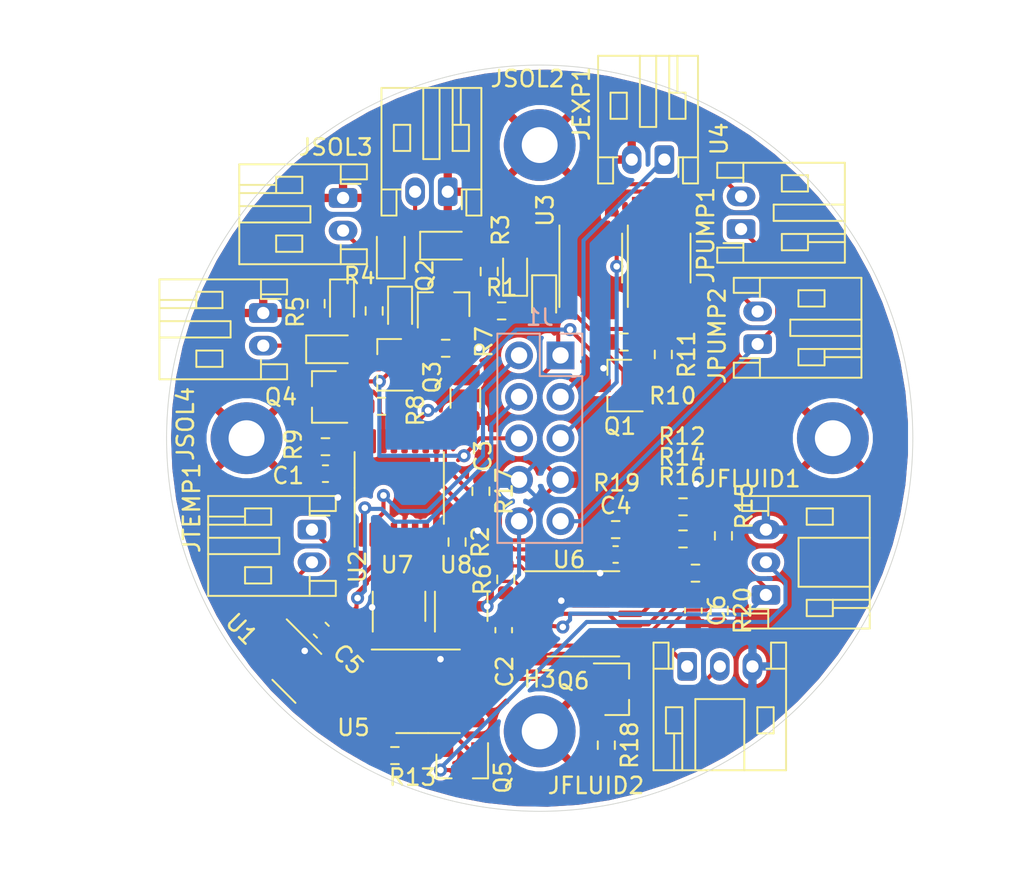
<source format=kicad_pcb>
(kicad_pcb (version 20171130) (host pcbnew 5.1.9+dfsg1-1)
  (layers (0 F.Cu signal) (31 B.Cu signal) (34 B.Paste user) (35 F.Paste user) (36 B.SilkS user) (37 F.SilkS user) (38 B.Mask user) (39 F.Mask user) (44 Edge.Cuts user))
  (net 0 "")
  (net 1 "Net-(D1-Pad2)")
  (net 2 GND)
  (net 3 "Net-(D4-Pad1)")
  (net 4 "Net-(D5-Pad2)")
  (net 5 "Net-(D6-Pad1)")
  (net 6 "Net-(D7-Pad2)")
  (net 7 "Net-(D8-Pad1)")
  (net 8 "Net-(D9-Pad2)")
  (net 9 +5V)
  (net 10 +12V)
  (net 11 scl)
  (net 12 sda)
  (net 13 /p0)
  (net 14 /p1)
  (net 15 /p2)
  (net 16 /p3)
  (net 17 /p7)
  (net 18 /p6)
  (net 19 /p5)
  (net 20 /p4)
  (net 21 "Net-(JTEMP1-Pad2)")
  (net 22 "Net-(JTEMP1-Pad1)")
  (net 23 /HV+)
  (net 24 /HV-)
  (net 25 "Net-(JPUMP1-Pad2)")
  (net 26 "Net-(JPUMP2-Pad2)")
  (net 27 "Net-(R10-Pad1)")
  (net 28 "Net-(R11-Pad1)")
  (net 29 "Net-(Q1-Pad2)")
  (net 30 "Net-(Q5-Pad2)")
  (net 31 "Net-(Q5-Pad1)")
  (net 32 "Net-(Q6-Pad2)")
  (net 33 "Net-(Q6-Pad1)")
  (net 34 "Net-(U5-Pad5)")
  (net 35 "Net-(U5-Pad3)")
  (net 36 "/Fluid Sensors/2_3rds")
  (net 37 "/Fluid Sensors/1_3rds")
  (net 38 /experiment)
  (net 39 "Net-(JFLUID1-Pad2)")
  (net 40 "Net-(JFLUID1-Pad1)")
  (net 41 "Net-(JFLUID2-Pad2)")
  (net 42 "Net-(JFLUID2-Pad1)")
  (module Resistor_SMD:R_0603_1608Metric (layer F.Cu) (at 144.653 105.6005 180)
    (fp_text reference R19 (at -0.0635 2.8575) (layer F.SilkS))
    (fp_text value 10k)
    (pad 1 smd roundrect (at -0.825 0 180) (size 0.8 0.95) (layers F.Cu F.Paste F.Mask) (net 9 +5V))
    (pad 2 smd roundrect (at 0.825 0 180) (size 0.8 0.95) (layers F.Cu F.Paste F.Mask) (net 16 /p3))
  )
  (module Resistor_SMD:R_0603_1608Metric (layer F.Cu) (at 136.398 103.251 270)
    (fp_text reference R17 (at 0 -1.43 90) (layer F.SilkS))
    (fp_text value 10k)
    (pad 2 smd roundrect (at 0.825 0 270) (size 0.8 0.95) (layers F.Cu F.Paste F.Mask) (net 15 /p2))
    (pad 1 smd roundrect (at -0.825 0 270) (size 0.8 0.95) (layers F.Cu F.Paste F.Mask) (net 9 +5V))
  )
  (module Resistor_SMD:R_0603_1608Metric (layer F.Cu) (at 137.922 108.6485 90)
    (fp_text reference R6 (at 0 -1.43 90) (layer F.SilkS))
    (fp_text value 10k)
    (pad 2 smd roundrect (at 0.825 0 90) (size 0.8 0.95) (layers F.Cu F.Paste F.Mask) (net 14 /p1))
    (pad 1 smd roundrect (at -0.825 0 90) (size 0.8 0.95) (layers F.Cu F.Paste F.Mask) (net 9 +5V))
  )
  (module Resistor_SMD:R_0603_1608Metric (layer F.Cu) (at 134.9375 106.3625 270)
    (fp_text reference R2 (at 0 -1.43 90) (layer F.SilkS))
    (fp_text value 10k)
    (pad 2 smd roundrect (at 0.825 0 270) (size 0.8 0.95) (layers F.Cu F.Paste F.Mask) (net 13 /p0))
    (pad 1 smd roundrect (at -0.825 0 270) (size 0.8 0.95) (layers F.Cu F.Paste F.Mask) (net 9 +5V))
  )
  (module Capacitor_SMD:C_0603_1608Metric (layer F.Cu) (at 149.4155 110.5535 270)
    (fp_text reference C6 (at 0 -1.43 90) (layer F.SilkS))
    (fp_text value .1uF)
    (pad 2 smd roundrect (at 0.775 0 270) (size 0.9 0.95) (layers F.Cu F.Paste F.Mask) (net 2 GND))
    (pad 1 smd roundrect (at -0.775 0 270) (size 0.9 0.95) (layers F.Cu F.Paste F.Mask) (net 37 "/Fluid Sensors/1_3rds"))
  )
  (module Resistor_SMD:R_0603_1608Metric (layer F.Cu) (at 148.7805 104.2035 180)
    (fp_text reference R12 (at 0.0635 4.318 180) (layer F.SilkS))
    (fp_text value 10k)
    (pad 1 smd roundrect (at -0.825 0 180) (size 0.8 0.95) (layers F.Cu F.Paste F.Mask) (net 9 +5V))
    (pad 2 smd roundrect (at 0.825 0 180) (size 0.8 0.95) (layers F.Cu F.Paste F.Mask) (net 36 "/Fluid Sensors/2_3rds"))
  )
  (module Resistor_SMD:R_0603_1608Metric (layer F.Cu) (at 151.003 110.5535 270)
    (fp_text reference R20 (at 0 -1.43 90) (layer F.SilkS))
    (fp_text value 10k)
    (pad 2 smd roundrect (at 0.825 0 270) (size 0.8 0.95) (layers F.Cu F.Paste F.Mask) (net 2 GND))
    (pad 1 smd roundrect (at -0.825 0 270) (size 0.8 0.95) (layers F.Cu F.Paste F.Mask) (net 42 "Net-(JFLUID2-Pad1)"))
  )
  (module Package_SO:TSSOP-14_4.4x5mm_P0.65mm (layer F.Cu) (at 142.6795 110.759)
    (fp_text reference U6 (at -0.884 -3.317) (layer F.SilkS))
    (fp_text value LM339)
    (pad 14 smd roundrect (at 2.8625 -1.95) (size 1.475 0.4) (layers F.Cu F.Paste F.Mask) (net 16 /p3))
    (pad 13 smd roundrect (at 2.8625 -1.3) (size 1.475 0.4) (layers F.Cu F.Paste F.Mask) (net 15 /p2))
    (pad 12 smd roundrect (at 2.8625 -0.65) (size 1.475 0.4) (layers F.Cu F.Paste F.Mask) (net 2 GND))
    (pad 11 smd roundrect (at 2.8625 0) (size 1.475 0.4) (layers F.Cu F.Paste F.Mask) (net 42 "Net-(JFLUID2-Pad1)"))
    (pad 10 smd roundrect (at 2.8625 0.65) (size 1.475 0.4) (layers F.Cu F.Paste F.Mask) (net 36 "/Fluid Sensors/2_3rds"))
    (pad 9 smd roundrect (at 2.8625 1.3) (size 1.475 0.4) (layers F.Cu F.Paste F.Mask) (net 37 "/Fluid Sensors/1_3rds"))
    (pad 8 smd roundrect (at 2.8625 1.95) (size 1.475 0.4) (layers F.Cu F.Paste F.Mask) (net 42 "Net-(JFLUID2-Pad1)"))
    (pad 7 smd roundrect (at -2.8625 1.95) (size 1.475 0.4) (layers F.Cu F.Paste F.Mask) (net 37 "/Fluid Sensors/1_3rds"))
    (pad 6 smd roundrect (at -2.8625 1.3) (size 1.475 0.4) (layers F.Cu F.Paste F.Mask) (net 40 "Net-(JFLUID1-Pad1)"))
    (pad 5 smd roundrect (at -2.8625 0.65) (size 1.475 0.4) (layers F.Cu F.Paste F.Mask) (net 40 "Net-(JFLUID1-Pad1)"))
    (pad 4 smd roundrect (at -2.8625 0) (size 1.475 0.4) (layers F.Cu F.Paste F.Mask) (net 36 "/Fluid Sensors/2_3rds"))
    (pad 3 smd roundrect (at -2.8625 -0.65) (size 1.475 0.4) (layers F.Cu F.Paste F.Mask) (net 9 +5V))
    (pad 2 smd roundrect (at -2.8625 -1.3) (size 1.475 0.4) (layers F.Cu F.Paste F.Mask) (net 13 /p0))
    (pad 1 smd roundrect (at -2.8625 -1.95) (size 1.475 0.4) (layers F.Cu F.Paste F.Mask) (net 14 /p1))
  )
  (module Capacitor_SMD:C_0603_1608Metric (layer F.Cu) (at 126.619 111.76 315)
    (fp_text reference C5 (at 2.424669 0.089803 135) (layer F.SilkS))
    (fp_text value .1uF)
    (pad 2 smd roundrect (at 0.775 0 315) (size 0.9 0.95) (layers F.Cu F.Paste F.Mask) (net 2 GND))
    (pad 1 smd roundrect (at -0.775 0 315) (size 0.9 0.95) (layers F.Cu F.Paste F.Mask) (net 9 +5V))
  )
  (module Capacitor_SMD:C_0603_1608Metric (layer F.Cu) (at 144.653 107.1245)
    (fp_text reference C4 (at 0 -2.9845) (layer F.SilkS))
    (fp_text value .1uF)
    (pad 2 smd roundrect (at 0.775 0) (size 0.9 0.95) (layers F.Cu F.Paste F.Mask) (net 2 GND))
    (pad 1 smd roundrect (at -0.775 0) (size 0.9 0.95) (layers F.Cu F.Paste F.Mask) (net 9 +5V))
  )
  (module Capacitor_SMD:C_0603_1608Metric (layer F.Cu) (at 137.795 111.76 90)
    (fp_text reference C2 (at -2.54 0.0635 90) (layer F.SilkS))
    (fp_text value .1uF)
    (pad 1 smd roundrect (at -0.775 0 90) (size 0.9 0.95) (layers F.Cu F.Paste F.Mask) (net 9 +5V))
    (pad 2 smd roundrect (at 0.775 0 90) (size 0.9 0.95) (layers F.Cu F.Paste F.Mask) (net 2 GND))
  )
  (module Package_SO:SOIC-8_3.9x4.9mm_P1.27mm (layer F.Cu) (at 133.1595 115.5065)
    (fp_text reference U5 (at -4.572 2.2225) (layer F.SilkS))
    (fp_text value LM358)
    (pad 8 smd roundrect (at 2.475 -1.905) (size 1.95 0.6) (layers F.Cu F.Paste F.Mask) (net 9 +5V))
    (pad 7 smd roundrect (at 2.475 -0.635) (size 1.95 0.6) (layers F.Cu F.Paste F.Mask) (net 33 "Net-(Q6-Pad1)"))
    (pad 6 smd roundrect (at 2.475 0.635) (size 1.95 0.6) (layers F.Cu F.Paste F.Mask) (net 32 "Net-(Q6-Pad2)"))
    (pad 5 smd roundrect (at 2.475 1.905) (size 1.95 0.6) (layers F.Cu F.Paste F.Mask) (net 34 "Net-(U5-Pad5)"))
    (pad 4 smd roundrect (at -2.475 1.905) (size 1.95 0.6) (layers F.Cu F.Paste F.Mask) (net 2 GND))
    (pad 3 smd roundrect (at -2.475 0.635) (size 1.95 0.6) (layers F.Cu F.Paste F.Mask) (net 35 "Net-(U5-Pad3)"))
    (pad 2 smd roundrect (at -2.475 -0.635) (size 1.95 0.6) (layers F.Cu F.Paste F.Mask) (net 30 "Net-(Q5-Pad2)"))
    (pad 1 smd roundrect (at -2.475 -1.905) (size 1.95 0.6) (layers F.Cu F.Paste F.Mask) (net 31 "Net-(Q5-Pad1)"))
  )
  (module Resistor_SMD:R_0603_1608Metric (layer F.Cu) (at 131.1275 119.4435 180)
    (fp_text reference R13 (at -1.0795 -1.3335) (layer F.SilkS))
    (fp_text value 50)
    (pad 2 smd roundrect (at 0.825 0 180) (size 0.8 0.95) (layers F.Cu F.Paste F.Mask) (net 2 GND))
    (pad 1 smd roundrect (at -0.825 0 180) (size 0.8 0.95) (layers F.Cu F.Paste F.Mask) (net 30 "Net-(Q5-Pad2)"))
  )
  (module Connector_JST:JST_PH_S3B-PH-K_1x03_P2.00mm_Horizontal (layer F.Cu) (at 149.0345 113.9825)
    (fp_text reference JFLUID2 (at -5.588 7.3025) (layer F.SilkS))
    (fp_text value Conn_01x03)
    (pad 3 thru_hole oval (at 4 0) (size 1.2 1.75) (drill 0.75) (layers *.Cu *.Mask) (net 9 +5V))
    (pad 2 thru_hole oval (at 2 0) (size 1.2 1.75) (drill 0.75) (layers *.Cu *.Mask) (net 41 "Net-(JFLUID2-Pad2)"))
    (pad 1 thru_hole roundrect (at 0 0) (size 1.2 1.75) (drill 0.75) (layers *.Cu *.Mask) (roundrect_rratio 0.2083325) (net 42 "Net-(JFLUID2-Pad1)"))
  )
  (module Connector_JST:JST_PH_S3B-PH-K_1x03_P2.00mm_Horizontal (layer F.Cu) (at 153.8605 109.601 90)
    (fp_text reference JFLUID1 (at 7.112 -0.8255 180) (layer F.SilkS))
    (fp_text value Conn_01x03)
    (pad 3 thru_hole oval (at 4 0 90) (size 1.2 1.75) (drill 0.75) (layers *.Cu *.Mask) (net 9 +5V))
    (pad 2 thru_hole oval (at 2 0 90) (size 1.2 1.75) (drill 0.75) (layers *.Cu *.Mask) (net 39 "Net-(JFLUID1-Pad2)"))
    (pad 1 thru_hole roundrect (at 0 0 90) (size 1.2 1.75) (drill 0.75) (layers *.Cu *.Mask) (roundrect_rratio 0.2083325) (net 40 "Net-(JFLUID1-Pad1)"))
  )
  (module Diode_SMD:D_SOD-323F (layer F.Cu) (at 134.1755 88.2015)
    (fp_text reference D4 hide)
    (fp_text value D)
    (pad 2 smd rect (at 1.1 0) (size 0.5 0.5) (layers F.Cu F.Paste F.Mask) (net 2 GND))
    (pad 1 smd rect (at -1.1 0) (size 0.5 0.5) (layers F.Cu F.Paste F.Mask) (net 3 "Net-(D4-Pad1)"))
  )
  (module Diode_SMD:D_SOD-323F (layer F.Cu) (at 130.8735 88.7095 90)
    (fp_text reference D6 hide)
    (fp_text value D)
    (pad 2 smd rect (at 1.1 0 90) (size 0.5 0.5) (layers F.Cu F.Paste F.Mask) (net 2 GND))
    (pad 1 smd rect (at -1.1 0 90) (size 0.5 0.5) (layers F.Cu F.Paste F.Mask) (net 5 "Net-(D6-Pad1)"))
  )
  (module Diode_SMD:D_SOD-323F (layer F.Cu) (at 127.1905 94.5515)
    (fp_text reference D8 hide)
    (fp_text value D)
    (pad 2 smd rect (at 1.1 0) (size 0.5 0.5) (layers F.Cu F.Paste F.Mask) (net 2 GND))
    (pad 1 smd rect (at -1.1 0) (size 0.5 0.5) (layers F.Cu F.Paste F.Mask) (net 7 "Net-(D8-Pad1)"))
  )
  (module Connector_JST:JST_PH_S2B-PH-K_1x02_P2.00mm_Horizontal (layer F.Cu) (at 147.6375 82.931 180)
    (fp_text reference JEXP1 (at 5.08 3.429 90) (layer F.SilkS))
    (fp_text value Conn_01x02)
    (pad 2 thru_hole oval (at 2 0 180) (size 1.2 1.75) (drill 0.75) (layers *.Cu *.Mask) (net 2 GND))
    (pad 1 thru_hole roundrect (at 0 0 180) (size 1.2 1.75) (drill 0.75) (layers *.Cu *.Mask) (roundrect_rratio 0.2083325) (net 38 /experiment))
  )
  (module Connector_JST:JST_PH_S2B-PH-K_1x02_P2.00mm_Horizontal (layer F.Cu) (at 152.3365 87.1855 90)
    (fp_text reference JPUMP1 (at -0.381 -2.159 270) (layer F.SilkS))
    (fp_text value Conn_01x02)
    (pad 2 thru_hole oval (at 2 0 90) (size 1.2 1.75) (drill 0.75) (layers *.Cu *.Mask) (net 25 "Net-(JPUMP1-Pad2)"))
    (pad 1 thru_hole roundrect (at 0 0 90) (size 1.2 1.75) (drill 0.75) (layers *.Cu *.Mask) (roundrect_rratio 0.2083325) (net 23 /HV+))
  )
  (module Connector_JST:JST_PH_S2B-PH-K_1x02_P2.00mm_Horizontal (layer F.Cu) (at 153.3525 94.234 90)
    (fp_text reference JPUMP2 (at 0.508 -2.4765 90) (layer F.SilkS))
    (fp_text value Conn_01x02)
    (pad 2 thru_hole oval (at 2 0 90) (size 1.2 1.75) (drill 0.75) (layers *.Cu *.Mask) (net 26 "Net-(JPUMP2-Pad2)"))
    (pad 1 thru_hole roundrect (at 0 0 90) (size 1.2 1.75) (drill 0.75) (layers *.Cu *.Mask) (roundrect_rratio 0.2083325) (net 23 /HV+))
  )
  (module Connector_JST:JST_PH_S2B-PH-K_1x02_P2.00mm_Horizontal (layer F.Cu) (at 134.366 84.8995 180)
    (fp_text reference JSOL2 (at -4.8895 6.9215) (layer F.SilkS))
    (fp_text value Conn_01x02)
    (pad 2 thru_hole oval (at 2 0 180) (size 1.2 1.75) (drill 0.75) (layers *.Cu *.Mask) (net 3 "Net-(D4-Pad1)"))
    (pad 1 thru_hole roundrect (at 0 0 180) (size 1.2 1.75) (drill 0.75) (layers *.Cu *.Mask) (roundrect_rratio 0.2083325) (net 2 GND))
  )
  (module Connector_JST:JST_PH_S2B-PH-K_1x02_P2.00mm_Horizontal (layer F.Cu) (at 127.9525 85.2805 270)
    (fp_text reference JSOL3 (at -3.1115 0.4445 180) (layer F.SilkS))
    (fp_text value Conn_01x02)
    (pad 2 thru_hole oval (at 2 0 270) (size 1.2 1.75) (drill 0.75) (layers *.Cu *.Mask) (net 5 "Net-(D6-Pad1)"))
    (pad 1 thru_hole roundrect (at 0 0 270) (size 1.2 1.75) (drill 0.75) (layers *.Cu *.Mask) (roundrect_rratio 0.2083325) (net 2 GND))
  )
  (module Connector_JST:JST_PH_S2B-PH-K_1x02_P2.00mm_Horizontal (layer F.Cu) (at 123.063 92.329 270)
    (fp_text reference JSOL4 (at 6.7945 4.7625 90) (layer F.SilkS))
    (fp_text value Conn_01x02)
    (pad 2 thru_hole oval (at 2 0 270) (size 1.2 1.75) (drill 0.75) (layers *.Cu *.Mask) (net 7 "Net-(D8-Pad1)"))
    (pad 1 thru_hole roundrect (at 0 0 270) (size 1.2 1.75) (drill 0.75) (layers *.Cu *.Mask) (roundrect_rratio 0.2083325) (net 2 GND))
  )
  (module Connector_JST:JST_PH_S2B-PH-K_1x02_P2.00mm_Horizontal (layer F.Cu) (at 126.0475 105.6005 270)
    (fp_text reference JTEMP1 (at -1.3335 7.366 90) (layer F.SilkS))
    (fp_text value Conn_01x02)
    (pad 2 thru_hole oval (at 2 0 270) (size 1.2 1.75) (drill 0.75) (layers *.Cu *.Mask) (net 21 "Net-(JTEMP1-Pad2)"))
    (pad 1 thru_hole roundrect (at 0 0 270) (size 1.2 1.75) (drill 0.75) (layers *.Cu *.Mask) (roundrect_rratio 0.2083325) (net 22 "Net-(JTEMP1-Pad1)"))
  )
  (module LED_SMD:LED_0603_1608Metric (layer F.Cu) (at 127.889 91.7575 270)
    (fp_text reference D9 hide)
    (fp_text value LED)
    (pad 2 smd roundrect (at 0.7875 0 270) (size 0.875 0.95) (layers F.Cu F.Paste F.Mask) (net 8 "Net-(D9-Pad2)"))
    (pad 1 smd roundrect (at -0.7875 0 270) (size 0.875 0.95) (layers F.Cu F.Paste F.Mask) (net 2 GND))
  )
  (module LED_SMD:LED_0603_1608Metric (layer F.Cu) (at 131.445 92.202 270)
    (fp_text reference D7 hide)
    (fp_text value LED)
    (pad 2 smd roundrect (at 0.7875 0 270) (size 0.875 0.95) (layers F.Cu F.Paste F.Mask) (net 6 "Net-(D7-Pad2)"))
    (pad 1 smd roundrect (at -0.7875 0 270) (size 0.875 0.95) (layers F.Cu F.Paste F.Mask) (net 2 GND))
  )
  (module LED_SMD:LED_0603_1608Metric (layer F.Cu) (at 138.4935 89.789 90)
    (fp_text reference D5 hide)
    (fp_text value LED)
    (pad 2 smd roundrect (at 0.7875 0 90) (size 0.875 0.95) (layers F.Cu F.Paste F.Mask) (net 4 "Net-(D5-Pad2)"))
    (pad 1 smd roundrect (at -0.7875 0 90) (size 0.875 0.95) (layers F.Cu F.Paste F.Mask) (net 2 GND))
  )
  (module LED_SMD:LED_0603_1608Metric (layer F.Cu) (at 140.2715 91.5035 270)
    (fp_text reference D1 hide)
    (fp_text value LED)
    (pad 2 smd roundrect (at 0.7875 0 270) (size 0.875 0.95) (layers F.Cu F.Paste F.Mask) (net 1 "Net-(D1-Pad2)"))
    (pad 1 smd roundrect (at -0.7875 0 270) (size 0.875 0.95) (layers F.Cu F.Paste F.Mask) (net 2 GND))
  )
  (module Package_TO_SOT_SMD:SOT-23 (layer F.Cu) (at 135.255 120.0785 270)
    (fp_text reference Q5 (at 0.6985 -2.4765 90) (layer F.SilkS))
    (fp_text value BC846)
    (pad 3 smd rect (at 1 0 270) (size 0.9 0.8) (layers F.Cu F.Paste F.Mask) (net 39 "Net-(JFLUID1-Pad2)"))
    (pad 2 smd rect (at -1 0.95 270) (size 0.9 0.8) (layers F.Cu F.Paste F.Mask) (net 30 "Net-(Q5-Pad2)"))
    (pad 1 smd rect (at -1 -0.95 270) (size 0.9 0.8) (layers F.Cu F.Paste F.Mask) (net 31 "Net-(Q5-Pad1)"))
  )
  (module Package_TO_SOT_SMD:SOT-23-6 (layer F.Cu) (at 135.1915 110.2995 90)
    (fp_text reference U8 (at 2.54 -0.3175 180) (layer F.SilkS))
    (fp_text value MCP4725xxx-xCH)
    (pad 5 smd rect (at 1.1 0 90) (size 1.06 0.65) (layers F.Cu F.Paste F.Mask) (net 11 scl))
    (pad 6 smd rect (at 1.1 -0.95 90) (size 1.06 0.65) (layers F.Cu F.Paste F.Mask) (net 2 GND))
    (pad 4 smd rect (at 1.1 0.95 90) (size 1.06 0.65) (layers F.Cu F.Paste F.Mask) (net 12 sda))
    (pad 3 smd rect (at -1.1 0.95 90) (size 1.06 0.65) (layers F.Cu F.Paste F.Mask) (net 9 +5V))
    (pad 2 smd rect (at -1.1 0 90) (size 1.06 0.65) (layers F.Cu F.Paste F.Mask) (net 2 GND))
    (pad 1 smd rect (at -1.1 -0.95 90) (size 1.06 0.65) (layers F.Cu F.Paste F.Mask) (net 34 "Net-(U5-Pad5)"))
  )
  (module Package_TO_SOT_SMD:SOT-23-6 (layer F.Cu) (at 131.3815 110.2995 90)
    (fp_text reference U7 (at 2.54 -0.127 180) (layer F.SilkS))
    (fp_text value MCP4725xxx-xCH)
    (pad 5 smd rect (at 1.1 0 90) (size 1.06 0.65) (layers F.Cu F.Paste F.Mask) (net 11 scl))
    (pad 6 smd rect (at 1.1 -0.95 90) (size 1.06 0.65) (layers F.Cu F.Paste F.Mask) (net 9 +5V))
    (pad 4 smd rect (at 1.1 0.95 90) (size 1.06 0.65) (layers F.Cu F.Paste F.Mask) (net 12 sda))
    (pad 3 smd rect (at -1.1 0.95 90) (size 1.06 0.65) (layers F.Cu F.Paste F.Mask) (net 9 +5V))
    (pad 2 smd rect (at -1.1 0 90) (size 1.06 0.65) (layers F.Cu F.Paste F.Mask) (net 2 GND))
    (pad 1 smd rect (at -1.1 -0.95 90) (size 1.06 0.65) (layers F.Cu F.Paste F.Mask) (net 35 "Net-(U5-Pad3)"))
  )
  (module Resistor_SMD:R_0603_1608Metric (layer F.Cu) (at 144.0815 118.808 270)
    (fp_text reference R18 (at 0 -1.43 90) (layer F.SilkS))
    (fp_text value 50)
    (pad 2 smd roundrect (at 0.825 0 270) (size 0.8 0.95) (layers F.Cu F.Paste F.Mask) (net 2 GND))
    (pad 1 smd roundrect (at -0.825 0 270) (size 0.8 0.95) (layers F.Cu F.Paste F.Mask) (net 32 "Net-(Q6-Pad2)"))
  )
  (module Resistor_SMD:R_0603_1608Metric (layer F.Cu) (at 149.5425 108.2675)
    (fp_text reference R16 (at -0.8255 -5.9055) (layer F.SilkS))
    (fp_text value 10k)
    (pad 1 smd roundrect (at -0.825 0) (size 0.8 0.95) (layers F.Cu F.Paste F.Mask) (net 37 "/Fluid Sensors/1_3rds"))
    (pad 2 smd roundrect (at 0.825 0) (size 0.8 0.95) (layers F.Cu F.Paste F.Mask) (net 2 GND))
  )
  (module Resistor_SMD:R_0603_1608Metric (layer F.Cu) (at 151.257 105.9815 90)
    (fp_text reference R15 (at 1.842 1.27 90) (layer F.SilkS))
    (fp_text value 10k)
    (pad 2 smd roundrect (at 0.825 0 90) (size 0.8 0.95) (layers F.Cu F.Paste F.Mask) (net 2 GND))
    (pad 1 smd roundrect (at -0.825 0 90) (size 0.8 0.95) (layers F.Cu F.Paste F.Mask) (net 40 "Net-(JFLUID1-Pad1)"))
  )
  (module Resistor_SMD:R_0603_1608Metric (layer F.Cu) (at 148.7805 106.172)
    (fp_text reference R14 (at -0.0635 -5.0165 180) (layer F.SilkS))
    (fp_text value 10k)
    (pad 1 smd roundrect (at -0.825 0) (size 0.8 0.95) (layers F.Cu F.Paste F.Mask) (net 36 "/Fluid Sensors/2_3rds"))
    (pad 2 smd roundrect (at 0.825 0) (size 0.8 0.95) (layers F.Cu F.Paste F.Mask) (net 37 "/Fluid Sensors/1_3rds"))
  )
  (module Package_TO_SOT_SMD:SOT-23 (layer F.Cu) (at 144.7165 115.3795)
    (fp_text reference Q6 (at -2.667 -0.508) (layer F.SilkS))
    (fp_text value BC846)
    (pad 3 smd rect (at 1 0) (size 0.9 0.8) (layers F.Cu F.Paste F.Mask) (net 41 "Net-(JFLUID2-Pad2)"))
    (pad 2 smd rect (at -1 0.95) (size 0.9 0.8) (layers F.Cu F.Paste F.Mask) (net 32 "Net-(Q6-Pad2)"))
    (pad 1 smd rect (at -1 -0.95) (size 0.9 0.8) (layers F.Cu F.Paste F.Mask) (net 33 "Net-(Q6-Pad1)"))
  )
  (module Package_TO_SOT_SMD:SOT-23 (layer F.Cu) (at 144.907 96.774 180)
    (fp_text reference Q1 (at 0 -2.5) (layer F.SilkS))
    (fp_text value BSS84)
    (pad 3 smd rect (at 1 0 180) (size 0.9 0.8) (layers F.Cu F.Paste F.Mask) (net 9 +5V))
    (pad 2 smd rect (at -1 0.95 180) (size 0.9 0.8) (layers F.Cu F.Paste F.Mask) (net 29 "Net-(Q1-Pad2)"))
    (pad 1 smd rect (at -1 -0.95 180) (size 0.9 0.8) (layers F.Cu F.Paste F.Mask) (net 20 /p4))
  )
  (module Package_SO:MFSOP6-4_4.4x3.6mm_P1.27mm (layer F.Cu) (at 147.32 88.9635 90)
    (fp_text reference U4 (at 7.3025 3.683 90) (layer F.SilkS))
    (fp_text value TLP175A)
    (pad 1 smd rect (at -3.15 -1.27 90) (size 1.2 0.8) (layers F.Cu F.Paste F.Mask) (net 28 "Net-(R11-Pad1)"))
    (pad 4 smd rect (at 3.15 1.27 90) (size 1.2 0.8) (layers F.Cu F.Paste F.Mask) (net 24 /HV-))
    (pad 3 smd rect (at -3.15 1.27 90) (size 1.2 0.8) (layers F.Cu F.Paste F.Mask) (net 2 GND))
    (pad 6 smd rect (at 3.15 -1.27 90) (size 1.2 0.8) (layers F.Cu F.Paste F.Mask) (net 26 "Net-(JPUMP2-Pad2)"))
  )
  (module Package_SO:MFSOP6-4_4.4x3.6mm_P1.27mm (layer F.Cu) (at 143.129 88.9635 90)
    (fp_text reference U3 (at 2.921 -2.794 90) (layer F.SilkS))
    (fp_text value TLP175A)
    (pad 1 smd rect (at -3.15 -1.27 90) (size 1.2 0.8) (layers F.Cu F.Paste F.Mask) (net 27 "Net-(R10-Pad1)"))
    (pad 4 smd rect (at 3.15 1.27 90) (size 1.2 0.8) (layers F.Cu F.Paste F.Mask) (net 24 /HV-))
    (pad 3 smd rect (at -3.15 1.27 90) (size 1.2 0.8) (layers F.Cu F.Paste F.Mask) (net 2 GND))
    (pad 6 smd rect (at 3.15 -1.27 90) (size 1.2 0.8) (layers F.Cu F.Paste F.Mask) (net 25 "Net-(JPUMP1-Pad2)"))
  )
  (module Resistor_SMD:R_0603_1608Metric (layer F.Cu) (at 147.574 94.869 270)
    (fp_text reference R11 (at 0 -1.43 90) (layer F.SilkS))
    (fp_text value 470)
    (pad 2 smd roundrect (at 0.825 0 270) (size 0.8 0.95) (layers F.Cu F.Paste F.Mask) (net 20 /p4))
    (pad 1 smd roundrect (at -0.825 0 270) (size 0.8 0.95) (layers F.Cu F.Paste F.Mask) (net 28 "Net-(R11-Pad1)"))
  )
  (module Resistor_SMD:R_0603_1608Metric (layer F.Cu) (at 145.161 94.107 180)
    (fp_text reference R10 (at -2.9845 -3.302) (layer F.SilkS))
    (fp_text value 470)
    (pad 2 smd roundrect (at 0.825 0 180) (size 0.8 0.95) (layers F.Cu F.Paste F.Mask) (net 29 "Net-(Q1-Pad2)"))
    (pad 1 smd roundrect (at -0.825 0 180) (size 0.8 0.95) (layers F.Cu F.Paste F.Mask) (net 27 "Net-(R10-Pad1)"))
  )
  (module Package_TO_SOT_SMD:SOT-23 (layer F.Cu) (at 126.8095 97.4725 180)
    (fp_text reference Q4 (at 2.667 0) (layer F.SilkS))
    (fp_text value BSS84)
    (pad 3 smd rect (at 1 0 180) (size 0.9 0.8) (layers F.Cu F.Paste F.Mask) (net 7 "Net-(D8-Pad1)"))
    (pad 2 smd rect (at -1 0.95 180) (size 0.9 0.8) (layers F.Cu F.Paste F.Mask) (net 10 +12V))
    (pad 1 smd rect (at -1 -0.95 180) (size 0.9 0.8) (layers F.Cu F.Paste F.Mask) (net 17 /p7))
  )
  (module Resistor_SMD:R_0603_1608Metric (layer F.Cu) (at 126.873 100.5205 180)
    (fp_text reference R9 (at 1.9685 0.127 90) (layer F.SilkS))
    (fp_text value 10k)
    (pad 2 smd roundrect (at 0.825 0 180) (size 0.8 0.95) (layers F.Cu F.Paste F.Mask) (net 17 /p7))
    (pad 1 smd roundrect (at -0.825 0 180) (size 0.8 0.95) (layers F.Cu F.Paste F.Mask) (net 9 +5V))
  )
  (module Resistor_SMD:R_0603_1608Metric (layer F.Cu) (at 130.302 98.044)
    (fp_text reference R8 (at 2.0955 0.254 90) (layer F.SilkS))
    (fp_text value 10k)
    (pad 2 smd roundrect (at 0.825 0) (size 0.8 0.95) (layers F.Cu F.Paste F.Mask) (net 18 /p6))
    (pad 1 smd roundrect (at -0.825 0) (size 0.8 0.95) (layers F.Cu F.Paste F.Mask) (net 9 +5V))
  )
  (module Resistor_SMD:R_0603_1608Metric (layer F.Cu) (at 134.239 94.488 180)
    (fp_text reference R7 (at -2.3495 0.381 270) (layer F.SilkS))
    (fp_text value 10k)
    (pad 2 smd roundrect (at 0.825 0 180) (size 0.8 0.95) (layers F.Cu F.Paste F.Mask) (net 19 /p5))
    (pad 1 smd roundrect (at -0.825 0 180) (size 0.8 0.95) (layers F.Cu F.Paste F.Mask) (net 9 +5V))
  )
  (module Resistor_SMD:R_0603_1608Metric (layer F.Cu) (at 126.3015 91.758 90)
    (fp_text reference R5 (at -0.5075 -1.27 90) (layer F.SilkS))
    (fp_text value 1k)
    (pad 2 smd roundrect (at 0.825 0 90) (size 0.8 0.95) (layers F.Cu F.Paste F.Mask) (net 8 "Net-(D9-Pad2)"))
    (pad 1 smd roundrect (at -0.825 0 90) (size 0.8 0.95) (layers F.Cu F.Paste F.Mask) (net 7 "Net-(D8-Pad1)"))
  )
  (module Resistor_SMD:R_0603_1608Metric (layer F.Cu) (at 129.8575 92.202 90)
    (fp_text reference R4 (at 2.159 -0.889 180) (layer F.SilkS))
    (fp_text value 1k)
    (pad 2 smd roundrect (at 0.825 0 90) (size 0.8 0.95) (layers F.Cu F.Paste F.Mask) (net 6 "Net-(D7-Pad2)"))
    (pad 1 smd roundrect (at -0.825 0 90) (size 0.8 0.95) (layers F.Cu F.Paste F.Mask) (net 5 "Net-(D6-Pad1)"))
  )
  (module Resistor_SMD:R_0603_1608Metric (layer F.Cu) (at 136.906 89.789 90)
    (fp_text reference R3 (at 2.54 0.6985 90) (layer F.SilkS))
    (fp_text value 1k)
    (pad 2 smd roundrect (at 0.825 0 90) (size 0.8 0.95) (layers F.Cu F.Paste F.Mask) (net 4 "Net-(D5-Pad2)"))
    (pad 1 smd roundrect (at -0.825 0 90) (size 0.8 0.95) (layers F.Cu F.Paste F.Mask) (net 3 "Net-(D4-Pad1)"))
  )
  (module Resistor_SMD:R_0603_1608Metric (layer F.Cu) (at 137.668 92.202)
    (fp_text reference R1 (at 0 -1.43) (layer F.SilkS))
    (fp_text value 1k)
    (pad 2 smd roundrect (at 0.825 0) (size 0.8 0.95) (layers F.Cu F.Paste F.Mask) (net 1 "Net-(D1-Pad2)"))
    (pad 1 smd roundrect (at -0.825 0) (size 0.8 0.95) (layers F.Cu F.Paste F.Mask) (net 9 +5V))
  )
  (module Package_SO:TSSOP-16_4.4x5mm_P0.65mm (layer F.Cu) (at 131.3942 103.0478 90)
    (fp_text reference U2 (at -4.8387 -2.5527 90) (layer F.SilkS))
    (fp_text value PCA9557)
    (pad 16 smd roundrect (at 2.8625 -2.275 90) (size 1.475 0.4) (layers F.Cu F.Paste F.Mask) (net 9 +5V))
    (pad 15 smd roundrect (at 2.8625 -1.625 90) (size 1.475 0.4) (layers F.Cu F.Paste F.Mask) (net 9 +5V))
    (pad 14 smd roundrect (at 2.8625 -0.975 90) (size 1.475 0.4) (layers F.Cu F.Paste F.Mask) (net 17 /p7))
    (pad 13 smd roundrect (at 2.8625 -0.325 90) (size 1.475 0.4) (layers F.Cu F.Paste F.Mask) (net 18 /p6))
    (pad 12 smd roundrect (at 2.8625 0.325 90) (size 1.475 0.4) (layers F.Cu F.Paste F.Mask) (net 19 /p5))
    (pad 11 smd roundrect (at 2.8625 0.975 90) (size 1.475 0.4) (layers F.Cu F.Paste F.Mask) (net 20 /p4))
    (pad 10 smd roundrect (at 2.8625 1.625 90) (size 1.475 0.4) (layers F.Cu F.Paste F.Mask) (net 16 /p3))
    (pad 9 smd roundrect (at 2.8625 2.275 90) (size 1.475 0.4) (layers F.Cu F.Paste F.Mask) (net 15 /p2))
    (pad 8 smd roundrect (at -2.8625 2.275 90) (size 1.475 0.4) (layers F.Cu F.Paste F.Mask) (net 2 GND))
    (pad 7 smd roundrect (at -2.8625 1.625 90) (size 1.475 0.4) (layers F.Cu F.Paste F.Mask) (net 14 /p1))
    (pad 6 smd roundrect (at -2.8625 0.975 90) (size 1.475 0.4) (layers F.Cu F.Paste F.Mask) (net 13 /p0))
    (pad 5 smd roundrect (at -2.8625 0.325 90) (size 1.475 0.4) (layers F.Cu F.Paste F.Mask) (net 2 GND))
    (pad 4 smd roundrect (at -2.8625 -0.325 90) (size 1.475 0.4) (layers F.Cu F.Paste F.Mask) (net 2 GND))
    (pad 3 smd roundrect (at -2.8625 -0.975 90) (size 1.475 0.4) (layers F.Cu F.Paste F.Mask) (net 2 GND))
    (pad 2 smd roundrect (at -2.8625 -1.625 90) (size 1.475 0.4) (layers F.Cu F.Paste F.Mask) (net 12 sda))
    (pad 1 smd roundrect (at -2.8625 -2.275 90) (size 1.475 0.4) (layers F.Cu F.Paste F.Mask) (net 11 scl))
  )
  (module Package_SO:VSSOP-8_3.0x3.0mm_P0.65mm (layer F.Cu) (at 125.476 114.3635 315)
    (fp_text reference U1 (at -4.535029 0.763322 135) (layer F.SilkS))
    (fp_text value TMP411)
    (pad 8 smd rect (at 2.2 -0.975 225) (size 0.45 1.45) (layers F.Cu F.Paste F.Mask) (net 11 scl))
    (pad 7 smd rect (at 2.2 -0.325 225) (size 0.45 1.45) (layers F.Cu F.Paste F.Mask) (net 12 sda))
    (pad 6 smd rect (at 2.2 0.325 225) (size 0.45 1.45) (layers F.Cu F.Paste F.Mask) (net 2 GND))
    (pad 5 smd rect (at 2.2 0.975 225) (size 0.45 1.45) (layers F.Cu F.Paste F.Mask) (net 2 GND))
    (pad 4 smd rect (at -2.2 0.975 225) (size 0.45 1.45) (layers F.Cu F.Paste F.Mask) (net 2 GND))
    (pad 3 smd rect (at -2.2 0.325 225) (size 0.45 1.45) (layers F.Cu F.Paste F.Mask) (net 21 "Net-(JTEMP1-Pad2)"))
    (pad 2 smd rect (at -2.2 -0.325 225) (size 0.45 1.45) (layers F.Cu F.Paste F.Mask) (net 22 "Net-(JTEMP1-Pad1)"))
    (pad 1 smd rect (at -2.2 -0.975 225) (size 0.45 1.45) (layers F.Cu F.Paste F.Mask) (net 9 +5V))
  )
  (module Containment:MountingHole_2-56_ExtraClearance (layer F.Cu) (at 157.96034 100)
    (fp_text reference H4 hide)
    (fp_text value MountingHole_Pad hide)
    (pad 1 thru_hole circle (at 0 0) (size 4.4 4.4) (drill 2.2) (layers *.Cu *.Mask) (net 2 GND))
  )
  (module Containment:MountingHole_2-56_ExtraClearance (layer F.Cu) (at 140 117.96034)
    (fp_text reference H3 (at 0 -3.2) (layer F.SilkS))
    (fp_text value MountingHole_Pad)
    (pad 1 thru_hole circle (at 0 0) (size 4.4 4.4) (drill 2.2) (layers *.Cu *.Mask) (net 2 GND))
  )
  (module Containment:MountingHole_2-56_ExtraClearance (layer F.Cu) (at 122.03966 100)
    (fp_text reference H2 hide)
    (fp_text value MountingHole_Pad hide)
    (pad 1 thru_hole circle (at 0 0) (size 4.4 4.4) (drill 2.2) (layers *.Cu *.Mask) (net 2 GND))
  )
  (module Containment:MountingHole_2-56_ExtraClearance (layer F.Cu) (at 140 82.03966)
    (fp_text reference H1 hide)
    (fp_text value MountingHole_Pad hide)
    (pad 1 thru_hole circle (at 0 0) (size 4.4 4.4) (drill 2.2) (layers *.Cu *.Mask) (net 2 GND))
  )
  (module Capacitor_SMD:C_1206_3216Metric (layer F.Cu) (at 135.4455 97.536 270)
    (fp_text reference C3 (at 3.556 -1.0795 90) (layer F.SilkS))
    (fp_text value 10uF)
    (pad 2 smd roundrect (at 1.4 0 270) (size 1.25 1.75) (layers F.Cu F.Paste F.Mask) (roundrect_rratio 0.2) (net 2 GND))
    (pad 1 smd roundrect (at -1.4 0 270) (size 1.25 1.75) (layers F.Cu F.Paste F.Mask) (roundrect_rratio 0.2) (net 9 +5V))
  )
  (module Capacitor_SMD:C_0603_1608Metric (layer F.Cu) (at 126.873 102.1715 180)
    (fp_text reference C1 (at 2.286 -0.127) (layer F.SilkS))
    (fp_text value .1uF)
    (pad 1 smd roundrect (at -0.7875 0 180) (size 0.875 0.95) (layers F.Cu F.Paste F.Mask) (net 9 +5V))
    (pad 2 smd roundrect (at 0.7875 0 180) (size 0.875 0.95) (layers F.Cu F.Paste F.Mask) (net 2 GND))
  )
  (module Package_TO_SOT_SMD:SOT-23 (layer F.Cu) (at 130.81 95.504 180)
    (fp_text reference Q3 (at -2.6035 -0.762 90) (layer F.SilkS))
    (fp_text value BSS84)
    (pad 3 smd rect (at 1 0 180) (size 0.9 0.8) (layers F.Cu F.Paste F.Mask) (net 5 "Net-(D6-Pad1)"))
    (pad 2 smd rect (at -1 0.95 180) (size 0.9 0.8) (layers F.Cu F.Paste F.Mask) (net 10 +12V))
    (pad 1 smd rect (at -1 -0.95 180) (size 0.9 0.8) (layers F.Cu F.Paste F.Mask) (net 18 /p6))
  )
  (module Package_TO_SOT_SMD:SOT-23 (layer F.Cu) (at 134.112 91.821 90)
    (fp_text reference Q2 (at 1.778 -1.143 90) (layer F.SilkS))
    (fp_text value BSS84)
    (pad 3 smd rect (at 1 0 90) (size 0.9 0.8) (layers F.Cu F.Paste F.Mask) (net 3 "Net-(D4-Pad1)"))
    (pad 2 smd rect (at -1 0.95 90) (size 0.9 0.8) (layers F.Cu F.Paste F.Mask) (net 9 +5V))
    (pad 1 smd rect (at -1 -0.95 90) (size 0.9 0.8) (layers F.Cu F.Paste F.Mask) (net 19 /p5))
  )
  (module Connector_PinHeader_2.54mm:PinHeader_2x05_P2.54mm_Vertical (layer B.Cu) (at 141.275 94.925 180)
    (fp_text reference J1 (at 1.27 2.33) (layer B.SilkS) (effects (justify mirror)))
    (fp_text value Conn_02x05_Odd_Even)
    (pad 10 thru_hole oval (at 2.54 -10.16 180) (size 1.7 1.7) (drill 1) (layers *.Cu *.Mask) (net 2 GND))
    (pad 9 thru_hole oval (at 0 -10.16 180) (size 1.7 1.7) (drill 1) (layers *.Cu *.Mask) (net 23 /HV+))
    (pad 8 thru_hole oval (at 2.54 -7.62 180) (size 1.7 1.7) (drill 1) (layers *.Cu *.Mask) (net 9 +5V))
    (pad 7 thru_hole oval (at 0 -7.62 180) (size 1.7 1.7) (drill 1) (layers *.Cu *.Mask) (net 2 GND))
    (pad 6 thru_hole oval (at 2.54 -5.08 180) (size 1.7 1.7) (drill 1) (layers *.Cu *.Mask) (net 10 +12V))
    (pad 5 thru_hole oval (at 0 -5.08 180) (size 1.7 1.7) (drill 1) (layers *.Cu *.Mask) (net 24 /HV-))
    (pad 4 thru_hole oval (at 2.54 -2.54 180) (size 1.7 1.7) (drill 1) (layers *.Cu *.Mask) (net 11 scl))
    (pad 3 thru_hole oval (at 0 -2.54 180) (size 1.7 1.7) (drill 1) (layers *.Cu *.Mask) (net 38 /experiment))
    (pad 2 thru_hole oval (at 2.54 0 180) (size 1.7 1.7) (drill 1) (layers *.Cu *.Mask) (net 12 sda))
    (pad 1 thru_hole rect (at 0 0 180) (size 1.7 1.7) (drill 1) (layers *.Cu *.Mask) (net 2 GND))
  )
  (gr_circle (center 140 100) (end 162.86 100) (layer Edge.Cuts) (width 0.05))
  (segment (start 138.582 92.291) (end 138.493 92.202) (width 0.25) (layer F.Cu) (net 1))
  (segment (start 140.2715 92.291) (end 138.582 92.291) (width 0.25) (layer F.Cu) (net 1))
  (segment (start 131.0692 105.9103) (end 131.7192 105.9103) (width 0.25) (layer F.Cu) (net 2))
  (segment (start 130.4192 105.9103) (end 131.0692 105.9103) (width 0.25) (layer F.Cu) (net 2))
  (segment (start 133.6692 105.9103) (end 133.6692 104.7132) (width 0.25) (layer F.Cu) (net 2))
  (segment (start 133.6692 104.7132) (end 133.096 104.14) (width 0.25) (layer F.Cu) (net 2))
  (segment (start 140.132 90.5765) (end 140.2715 90.716) (width 0.25) (layer F.Cu) (net 2))
  (segment (start 138.4935 90.5765) (end 140.132 90.5765) (width 0.25) (layer F.Cu) (net 2))
  (segment (start 138.735 105.085) (end 141.275 102.545) (width 0.25) (layer F.Cu) (net 2))
  (segment (start 134.2415 109.6695) (end 134.2415 109.1995) (width 0.25) (layer F.Cu) (net 2))
  (segment (start 135.1915 110.6195) (end 134.2415 109.6695) (width 0.25) (layer F.Cu) (net 2))
  (segment (start 135.1915 111.3995) (end 135.1915 110.6195) (width 0.25) (layer F.Cu) (net 2))
  (segment (start 131.7192 105.9103) (end 131.7192 104.5412) (width 0.25) (layer F.Cu) (net 2))
  (segment (start 143.598 110.109) (end 145.542 110.109) (width 0.25) (layer F.Cu) (net 2))
  (segment (start 130.3025 119.4435) (end 131.5725 120.7135) (width 0.25) (layer F.Cu) (net 2))
  (segment (start 131.5725 120.7135) (end 132.3975 120.7135) (width 0.25) (layer F.Cu) (net 2))
  (segment (start 126.342206 116.608564) (end 126.801825 116.148945) (width 0.25) (layer F.Cu) (net 2))
  (segment (start 126.342206 116.608564) (end 126.342206 116.690206) (width 0.25) (layer F.Cu) (net 2))
  (segment (start 126.342206 116.690206) (end 127.381 117.729) (width 0.25) (layer F.Cu) (net 2))
  (segment (start 126.801825 116.148945) (end 126.753445 116.148945) (width 0.25) (layer F.Cu) (net 2))
  (segment (start 126.753445 116.148945) (end 125.476 114.8715) (width 0.25) (layer F.Cu) (net 2))
  (segment (start 126.342206 116.608564) (end 126.324064 116.608564) (width 0.25) (layer F.Cu) (net 2))
  (segment (start 126.324064 116.608564) (end 125.2855 115.57) (width 0.25) (layer F.Cu) (net 2))
  (segment (start 126.801825 116.148945) (end 126.880445 116.148945) (width 0.25) (layer F.Cu) (net 2))
  (segment (start 126.880445 116.148945) (end 127.8255 117.094) (width 0.25) (layer F.Cu) (net 2))
  (segment (start 138.59501 111.78501) (end 138.59501 113.57601) (width 0.25) (layer F.Cu) (net 2))
  (segment (start 137.795 110.985) (end 138.59501 111.78501) (width 0.25) (layer F.Cu) (net 2))
  (segment (start 138.59501 113.57601) (end 138.7475 113.7285) (width 0.25) (layer F.Cu) (net 2))
  (segment (start 131.456501 112.254501) (end 131.3815 112.1795) (width 0.25) (layer F.Cu) (net 2))
  (segment (start 132.916501 112.254501) (end 131.456501 112.254501) (width 0.25) (layer F.Cu) (net 2))
  (segment (start 132.981501 112.189501) (end 132.916501 112.254501) (width 0.25) (layer F.Cu) (net 2))
  (segment (start 132.981501 111.239499) (end 132.981501 112.189501) (width 0.25) (layer F.Cu) (net 2))
  (segment (start 131.3815 112.1795) (end 131.3815 111.3995) (width 0.25) (layer F.Cu) (net 2))
  (segment (start 134.2415 109.9795) (end 132.981501 111.239499) (width 0.25) (layer F.Cu) (net 2))
  (segment (start 134.2415 109.1995) (end 134.2415 109.9795) (width 0.25) (layer F.Cu) (net 2))
  (segment (start 146.70289 108.39939) (end 145.428 107.1245) (width 0.2032) (layer F.Cu) (net 2))
  (segment (start 146.70289 109.603576) (end 146.70289 108.39939) (width 0.2032) (layer F.Cu) (net 2))
  (segment (start 146.197466 110.109) (end 146.70289 109.603576) (width 0.2032) (layer F.Cu) (net 2))
  (segment (start 145.542 110.109) (end 146.197466 110.109) (width 0.2032) (layer F.Cu) (net 2))
  (segment (start 136.425532 91.40199) (end 137.260468 91.40199) (width 0.25) (layer F.Cu) (net 2))
  (segment (start 136.231521 91.596001) (end 136.425532 91.40199) (width 0.25) (layer F.Cu) (net 2))
  (segment (start 137.260468 91.40199) (end 137.668 91.809522) (width 0.25) (layer F.Cu) (net 2))
  (segment (start 131.626501 91.596001) (end 136.231521 91.596001) (width 0.25) (layer F.Cu) (net 2))
  (segment (start 131.445 91.4145) (end 131.626501 91.596001) (width 0.25) (layer F.Cu) (net 2))
  (segment (start 137.668 91.809522) (end 137.668 92.3925) (width 0.25) (layer F.Cu) (net 2))
  (segment (start 138.4935 90.5765) (end 138.4935 90.6145) (width 0.25) (layer F.Cu) (net 2))
  (segment (start 138.4935 90.6145) (end 137.6045 91.5035) (width 0.25) (layer F.Cu) (net 2))
  (segment (start 138.4935 90.5765) (end 138.392 90.5765) (width 0.25) (layer F.Cu) (net 2))
  (segment (start 138.392 90.5765) (end 137.541 89.7255) (width 0.25) (layer F.Cu) (net 2))
  (segment (start 141.275 102.545) (end 140.0125 101.2825) (width 0.25) (layer F.Cu) (net 2))
  (segment (start 140.0125 101.2825) (end 139.8905 101.2825) (width 0.25) (layer F.Cu) (net 2))
  (segment (start 141.275 94.925) (end 141.275 95.0085) (width 0.25) (layer F.Cu) (net 2))
  (segment (start 141.275 95.0085) (end 139.954 96.3295) (width 0.25) (layer F.Cu) (net 2))
  (segment (start 141.133999 91.578499) (end 140.2715 90.716) (width 0.25) (layer F.Cu) (net 2))
  (segment (start 141.133999 94.783999) (end 141.133999 91.578499) (width 0.25) (layer F.Cu) (net 2))
  (segment (start 141.275 94.925) (end 141.133999 94.783999) (width 0.25) (layer F.Cu) (net 2))
  (segment (start 138.735 108.355133) (end 138.735 105.085) (width 0.25) (layer B.Cu) (net 2))
  (segment (start 136.779 110.2995) (end 138.735 108.355133) (width 0.25) (layer B.Cu) (net 2))
  (via (at 136.779 110.2995) (size 0.8) (drill 0.4) (layers F.Cu B.Cu) (net 2))
  (segment (start 145.878 107.1245) (end 146.3675 106.635) (width 0.2032) (layer F.Cu) (net 2))
  (segment (start 145.428 107.1245) (end 145.878 107.1245) (width 0.2032) (layer F.Cu) (net 2))
  (segment (start 146.3675 106.635) (end 146.3675 104.5845) (width 0.2032) (layer F.Cu) (net 2))
  (segment (start 132.366 87.492) (end 133.0755 88.2015) (width 0.25) (layer F.Cu) (net 3))
  (segment (start 132.366 84.8995) (end 132.366 87.492) (width 0.25) (layer F.Cu) (net 3))
  (segment (start 133.0755 89.7845) (end 134.112 90.821) (width 0.25) (layer F.Cu) (net 3))
  (segment (start 133.0755 88.2015) (end 133.0755 89.7845) (width 0.25) (layer F.Cu) (net 3))
  (segment (start 136.699 90.821) (end 136.906 90.614) (width 0.25) (layer F.Cu) (net 3))
  (segment (start 134.112 90.821) (end 136.699 90.821) (width 0.25) (layer F.Cu) (net 3))
  (segment (start 138.456 88.964) (end 138.4935 89.0015) (width 0.25) (layer F.Cu) (net 4))
  (segment (start 136.906 88.964) (end 138.456 88.964) (width 0.25) (layer F.Cu) (net 4))
  (segment (start 130.4815 89.8095) (end 127.9525 87.2805) (width 0.25) (layer F.Cu) (net 5))
  (segment (start 130.8735 89.8095) (end 130.4815 89.8095) (width 0.25) (layer F.Cu) (net 5))
  (segment (start 130.207522 89.8095) (end 130.8735 89.8095) (width 0.25) (layer F.Cu) (net 5))
  (segment (start 129.05749 90.959532) (end 130.207522 89.8095) (width 0.25) (layer F.Cu) (net 5))
  (segment (start 129.05749 92.22699) (end 129.05749 90.959532) (width 0.25) (layer F.Cu) (net 5))
  (segment (start 129.8575 93.027) (end 129.05749 92.22699) (width 0.25) (layer F.Cu) (net 5))
  (segment (start 129.8575 95.4565) (end 129.81 95.504) (width 0.25) (layer F.Cu) (net 5))
  (segment (start 129.8575 93.027) (end 129.8575 95.4565) (width 0.25) (layer F.Cu) (net 5))
  (segment (start 129.8575 91.402) (end 131.445 92.9895) (width 0.25) (layer F.Cu) (net 6))
  (segment (start 129.8575 91.377) (end 129.8575 91.402) (width 0.25) (layer F.Cu) (net 6))
  (segment (start 126.3015 94.3405) (end 126.0905 94.5515) (width 0.25) (layer F.Cu) (net 7))
  (segment (start 126.3015 92.583) (end 126.3015 94.3405) (width 0.25) (layer F.Cu) (net 7))
  (segment (start 125.8095 94.8325) (end 126.0905 94.5515) (width 0.25) (layer F.Cu) (net 7))
  (segment (start 125.8095 97.4725) (end 125.8095 94.8325) (width 0.25) (layer F.Cu) (net 7))
  (segment (start 125.868 94.329) (end 126.0905 94.5515) (width 0.25) (layer F.Cu) (net 7))
  (segment (start 123.063 94.329) (end 125.868 94.329) (width 0.25) (layer F.Cu) (net 7))
  (segment (start 127.889 92.5205) (end 126.3015 90.933) (width 0.25) (layer F.Cu) (net 8))
  (segment (start 127.889 92.545) (end 127.889 92.5205) (width 0.25) (layer F.Cu) (net 8))
  (segment (start 129.1192 100.1853) (end 129.7692 100.1853) (width 0.25) (layer F.Cu) (net 9))
  (segment (start 135.064 92.823) (end 135.062 92.821) (width 0.25) (layer F.Cu) (net 9))
  (segment (start 135.064 94.488) (end 135.064 92.823) (width 0.25) (layer F.Cu) (net 9))
  (segment (start 130.4315 109.1995) (end 130.259 109.1995) (width 0.2032) (layer F.Cu) (net 9))
  (segment (start 143.907 95.4565) (end 143.907 95.4565) (width 0.2032) (layer F.Cu) (net 9))
  (segment (start 135.4455 94.8695) (end 135.064 94.488) (width 0.2032) (layer F.Cu) (net 9))
  (segment (start 135.4455 96.136) (end 135.4455 94.8695) (width 0.2032) (layer F.Cu) (net 9))
  (segment (start 135.4455 96.136) (end 135.4455 95.3135) (width 0.2032) (layer F.Cu) (net 9))
  (segment (start 135.4455 95.3135) (end 136.271 94.488) (width 0.2032) (layer F.Cu) (net 9))
  (segment (start 136.271 94.488) (end 136.271 94.488) (width 0.2032) (layer F.Cu) (net 9))
  (via (at 136.271 94.488) (size 0.8) (drill 0.4) (layers F.Cu B.Cu) (net 9))
  (segment (start 129.477 99.8931) (end 129.7692 100.1853) (width 0.25) (layer F.Cu) (net 9))
  (segment (start 129.477 98.044) (end 129.477 99.8931) (width 0.25) (layer F.Cu) (net 9))
  (segment (start 135.681 92.202) (end 135.062 92.821) (width 0.25) (layer F.Cu) (net 9))
  (segment (start 136.843 92.202) (end 135.681 92.202) (width 0.25) (layer F.Cu) (net 9))
  (segment (start 124.609794 112.118436) (end 124.691436 112.118436) (width 0.25) (layer F.Cu) (net 9))
  (segment (start 124.691436 112.118436) (end 125.603 113.03) (width 0.25) (layer F.Cu) (net 9))
  (segment (start 125.603 113.03) (end 125.603 113.03) (width 0.25) (layer F.Cu) (net 9))
  (via (at 125.603 113.03) (size 0.8) (drill 0.4) (layers F.Cu B.Cu) (net 9))
  (segment (start 128.0332 100.1853) (end 127.698 100.5205) (width 0.25) (layer F.Cu) (net 9))
  (segment (start 129.1192 100.1853) (end 128.0332 100.1853) (width 0.25) (layer F.Cu) (net 9))
  (segment (start 127.698 102.134) (end 127.6605 102.1715) (width 0.25) (layer F.Cu) (net 9))
  (segment (start 127.698 100.5205) (end 127.698 102.134) (width 0.25) (layer F.Cu) (net 9))
  (segment (start 127.6605 102.1715) (end 127.635 103.632) (width 0.25) (layer F.Cu) (net 9))
  (segment (start 127.635 103.632) (end 127.6605 103.6065) (width 0.25) (layer F.Cu) (net 9))
  (via (at 127.635 103.632) (size 0.8) (drill 0.4) (layers F.Cu B.Cu) (net 9))
  (segment (start 135.6345 113.6015) (end 133.9215 113.538) (width 0.25) (layer F.Cu) (net 9))
  (segment (start 133.9215 113.538) (end 133.985 113.6015) (width 0.25) (layer F.Cu) (net 9))
  (via (at 133.9215 113.538) (size 0.8) (drill 0.4) (layers F.Cu B.Cu) (net 9))
  (segment (start 125.603 111.679984) (end 126.070992 111.211992) (width 0.25) (layer F.Cu) (net 9))
  (segment (start 125.603 113.03) (end 125.603 111.679984) (width 0.25) (layer F.Cu) (net 9))
  (segment (start 125.164548 112.118436) (end 126.070992 111.211992) (width 0.25) (layer F.Cu) (net 9))
  (segment (start 124.609794 112.118436) (end 125.164548 112.118436) (width 0.25) (layer F.Cu) (net 9))
  (segment (start 136.701 112.535) (end 135.6345 113.6015) (width 0.25) (layer F.Cu) (net 9))
  (segment (start 137.795 112.535) (end 136.701 112.535) (width 0.25) (layer F.Cu) (net 9))
  (segment (start 136.1415 113.0945) (end 136.1415 111.3995) (width 0.25) (layer F.Cu) (net 9))
  (segment (start 135.6345 113.6015) (end 136.1415 113.0945) (width 0.25) (layer F.Cu) (net 9))
  (segment (start 136.6595 111.3995) (end 137.795 112.535) (width 0.25) (layer F.Cu) (net 9))
  (segment (start 136.1415 111.3995) (end 136.6595 111.3995) (width 0.25) (layer F.Cu) (net 9))
  (segment (start 130.4315 109.1995) (end 130.4315 109.408) (width 0.25) (layer F.Cu) (net 9))
  (segment (start 143.878 107.1245) (end 143.878 107.963) (width 0.25) (layer F.Cu) (net 9))
  (segment (start 143.878 107.963) (end 143.7005 108.2675) (width 0.25) (layer F.Cu) (net 9))
  (segment (start 143.7005 108.2675) (end 143.5735 108.2675) (width 0.25) (layer F.Cu) (net 9))
  (via (at 143.7005 108.2675) (size 0.8) (drill 0.4) (layers F.Cu B.Cu) (net 9))
  (segment (start 139.817 110.109) (end 141.323044 109.954044) (width 0.25) (layer F.Cu) (net 9))
  (via (at 141.323044 109.954044) (size 0.8) (drill 0.4) (layers F.Cu B.Cu) (net 9))
  (segment (start 149.6055 104.2035) (end 149.6055 102.807) (width 0.2032) (layer F.Cu) (net 9))
  (segment (start 149.6055 102.807) (end 149.6055 102.807) (width 0.2032) (layer F.Cu) (net 9))
  (via (at 149.6055 102.807) (size 0.8) (drill 0.4) (layers F.Cu B.Cu) (net 9))
  (segment (start 132.3315 110.6195) (end 132.3315 111.3995) (width 0.25) (layer F.Cu) (net 9))
  (segment (start 132.169711 110.457711) (end 132.3315 110.6195) (width 0.25) (layer F.Cu) (net 9))
  (segment (start 129.825211 110.457711) (end 132.169711 110.457711) (width 0.25) (layer F.Cu) (net 9))
  (segment (start 129.7305 110.363) (end 129.825211 110.457711) (width 0.25) (layer F.Cu) (net 9))
  (segment (start 129.7305 110.363) (end 129.6035 110.2995) (width 0.25) (layer F.Cu) (net 9))
  (segment (start 130.4315 109.4715) (end 130.4315 109.1995) (width 0.25) (layer F.Cu) (net 9))
  (segment (start 129.7305 110.363) (end 130.4315 109.4715) (width 0.25) (layer F.Cu) (net 9))
  (via (at 129.7305 110.363) (size 0.8) (drill 0.4) (layers F.Cu B.Cu) (net 9))
  (segment (start 138.735 102.545) (end 139.9975 101.2825) (width 0.25) (layer B.Cu) (net 9))
  (segment (start 139.9975 101.2825) (end 142.0495 101.2825) (width 0.25) (layer B.Cu) (net 9))
  (segment (start 139.910001 103.720001) (end 142.215499 103.720001) (width 0.25) (layer B.Cu) (net 9))
  (segment (start 138.735 102.545) (end 139.910001 103.720001) (width 0.25) (layer B.Cu) (net 9))
  (segment (start 139.910001 103.720001) (end 139.910001 105.874001) (width 0.25) (layer B.Cu) (net 9))
  (segment (start 143.907 96.774) (end 143.907 95.7105) (width 0.2032) (layer F.Cu) (net 9))
  (via (at 143.907 95.7105) (size 0.8) (drill 0.4) (layers F.Cu B.Cu) (net 9))
  (segment (start 136.517 102.545) (end 136.398 102.426) (width 0.25) (layer F.Cu) (net 9))
  (segment (start 138.735 102.545) (end 136.517 102.545) (width 0.25) (layer F.Cu) (net 9))
  (segment (start 134.9375 105.5375) (end 136.2075 105.664) (width 0.2032) (layer F.Cu) (net 9))
  (segment (start 136.2075 105.664) (end 136.2075 105.664) (width 0.2032) (layer F.Cu) (net 9))
  (via (at 136.2075 105.664) (size 0.8) (drill 0.4) (layers F.Cu B.Cu) (net 9))
  (segment (start 138.5575 110.109) (end 139.817 110.109) (width 0.2032) (layer F.Cu) (net 9))
  (segment (start 137.922 109.4735) (end 138.5575 110.109) (width 0.2032) (layer F.Cu) (net 9))
  (segment (start 143.954 107.1245) (end 145.478 105.6005) (width 0.2032) (layer F.Cu) (net 9))
  (segment (start 143.878 107.1245) (end 143.954 107.1245) (width 0.2032) (layer F.Cu) (net 9))
  (segment (start 131.81 94.939002) (end 131.81 94.554) (width 0.25) (layer F.Cu) (net 10))
  (segment (start 130.229002 96.52) (end 131.81 94.939002) (width 0.25) (layer F.Cu) (net 10))
  (segment (start 130.175 96.52) (end 130.229002 96.52) (width 0.25) (layer F.Cu) (net 10))
  (via (at 130.175 96.52) (size 0.8) (drill 0.4) (layers F.Cu B.Cu) (net 10))
  (segment (start 135.364774 101.074774) (end 135.001 101.346) (width 0.25) (layer F.Cu) (net 10))
  (segment (start 135.364774 101.074774) (end 136.342 100.005) (width 0.25) (layer F.Cu) (net 10))
  (segment (start 136.342 100.005) (end 138.735 100.005) (width 0.25) (layer F.Cu) (net 10))
  (via (at 135.364774 101.074774) (size 0.8) (drill 0.4) (layers F.Cu B.Cu) (net 10))
  (segment (start 127.812 96.52) (end 127.8095 96.5225) (width 0.25) (layer F.Cu) (net 10))
  (segment (start 130.175 96.52) (end 127.812 96.52) (width 0.25) (layer F.Cu) (net 10))
  (segment (start 130.175 101.074774) (end 130.175 96.52) (width 0.25) (layer B.Cu) (net 10))
  (segment (start 135.364774 101.074774) (end 130.175 101.074774) (width 0.25) (layer B.Cu) (net 10))
  (via (at 129.286 104.267) (size 0.8) (drill 0.4) (layers F.Cu B.Cu) (net 11))
  (segment (start 132.897781 110.031101) (end 131.765219 110.031101) (width 0.2032) (layer F.Cu) (net 11))
  (segment (start 132.958101 109.970781) (end 132.897781 110.031101) (width 0.2032) (layer F.Cu) (net 11))
  (segment (start 132.958101 109.085017) (end 132.958101 109.970781) (width 0.2032) (layer F.Cu) (net 11))
  (segment (start 135.093099 108.367899) (end 133.675219 108.367899) (width 0.2032) (layer F.Cu) (net 11))
  (segment (start 135.1915 108.4663) (end 135.093099 108.367899) (width 0.2032) (layer F.Cu) (net 11))
  (segment (start 135.1915 109.1995) (end 135.1915 108.4663) (width 0.2032) (layer F.Cu) (net 11))
  (segment (start 131.765219 110.031101) (end 131.3815 109.647382) (width 0.2032) (layer F.Cu) (net 11))
  (segment (start 133.675219 108.367899) (end 133.277059 108.766059) (width 0.2032) (layer F.Cu) (net 11))
  (segment (start 131.3815 109.647382) (end 131.3815 109.1995) (width 0.2032) (layer F.Cu) (net 11))
  (segment (start 133.277059 108.766059) (end 132.958101 109.085017) (width 0.2032) (layer F.Cu) (net 11))
  (via (at 128.8415 109.7915) (size 0.8) (drill 0.4) (layers F.Cu B.Cu) (net 11))
  (segment (start 129.286 109.347) (end 129.286 104.267) (width 0.25) (layer B.Cu) (net 11))
  (segment (start 128.8415 109.7915) (end 129.286 109.347) (width 0.25) (layer B.Cu) (net 11))
  (segment (start 128.934479 114.016291) (end 127.721064 115.229706) (width 0.25) (layer F.Cu) (net 11))
  (segment (start 128.934479 112.487979) (end 128.934479 114.016291) (width 0.25) (layer F.Cu) (net 11))
  (segment (start 128.651 112.2045) (end 128.934479 112.487979) (width 0.25) (layer F.Cu) (net 11))
  (segment (start 128.651 110.49) (end 128.651 112.2045) (width 0.25) (layer F.Cu) (net 11))
  (segment (start 128.778 110.363) (end 128.651 110.49) (width 0.25) (layer F.Cu) (net 11))
  (segment (start 128.778 109.855) (end 128.778 110.363) (width 0.25) (layer F.Cu) (net 11))
  (segment (start 128.8415 109.7915) (end 128.778 109.855) (width 0.25) (layer F.Cu) (net 11))
  (segment (start 133.133002 105.115) (end 137.033 101.215002) (width 0.25) (layer B.Cu) (net 11))
  (segment (start 131.092315 105.115) (end 133.133002 105.115) (width 0.25) (layer B.Cu) (net 11))
  (segment (start 137.033 99.167) (end 138.735 97.465) (width 0.25) (layer B.Cu) (net 11))
  (segment (start 130.307815 104.3305) (end 131.092315 105.115) (width 0.25) (layer B.Cu) (net 11))
  (segment (start 129.3495 104.3305) (end 130.307815 104.3305) (width 0.25) (layer B.Cu) (net 11))
  (segment (start 137.033 101.215002) (end 137.033 99.167) (width 0.25) (layer B.Cu) (net 11))
  (segment (start 129.286 104.267) (end 129.3495 104.3305) (width 0.25) (layer B.Cu) (net 11))
  (segment (start 129.1192 105.221742) (end 129.1192 105.9103) (width 0.25) (layer F.Cu) (net 11))
  (segment (start 129.178462 105.16248) (end 129.1192 105.221742) (width 0.25) (layer F.Cu) (net 11))
  (segment (start 129.178462 104.374538) (end 129.178462 105.16248) (width 0.25) (layer F.Cu) (net 11))
  (segment (start 129.286 104.267) (end 129.178462 104.374538) (width 0.25) (layer F.Cu) (net 11))
  (segment (start 128.8415 109.7915) (end 128.8415 109.464525) (width 0.25) (layer F.Cu) (net 11))
  (segment (start 129.413 108.777998) (end 129.846499 108.344499) (width 0.25) (layer F.Cu) (net 11))
  (segment (start 128.8415 109.464525) (end 129.413 108.893025) (width 0.25) (layer F.Cu) (net 11))
  (segment (start 129.413 108.893025) (end 129.413 108.777998) (width 0.25) (layer F.Cu) (net 11))
  (segment (start 131.3815 108.3945) (end 131.3815 109.1995) (width 0.25) (layer F.Cu) (net 11))
  (segment (start 129.846499 108.344499) (end 131.331499 108.344499) (width 0.25) (layer F.Cu) (net 11))
  (segment (start 131.331499 108.344499) (end 131.3815 108.3945) (width 0.25) (layer F.Cu) (net 11))
  (segment (start 132.248 104.465) (end 131.389 104.465) (width 0.25) (layer B.Cu) (net 12))
  (segment (start 131.389 104.465) (end 130.429 103.505) (width 0.25) (layer B.Cu) (net 12))
  (segment (start 130.429 103.505) (end 130.429 103.505) (width 0.25) (layer B.Cu) (net 12))
  (via (at 130.429 103.505) (size 0.8) (drill 0.4) (layers F.Cu B.Cu) (net 12))
  (segment (start 129.7692 105.221742) (end 129.7692 105.9103) (width 0.25) (layer F.Cu) (net 12))
  (segment (start 130.429 104.561942) (end 129.7692 105.221742) (width 0.25) (layer F.Cu) (net 12))
  (segment (start 130.429 103.505) (end 130.429 104.561942) (width 0.25) (layer F.Cu) (net 12))
  (segment (start 136.525 101.073002) (end 133.133002 104.465) (width 0.25) (layer B.Cu) (net 12))
  (segment (start 136.525 97.135) (end 136.525 101.073002) (width 0.25) (layer B.Cu) (net 12))
  (segment (start 133.133002 104.465) (end 132.248 104.465) (width 0.25) (layer B.Cu) (net 12))
  (segment (start 138.735 94.925) (end 136.525 97.135) (width 0.25) (layer B.Cu) (net 12))
  (segment (start 132.3315 108.4663) (end 132.3315 109.1995) (width 0.2032) (layer F.Cu) (net 12))
  (segment (start 129.7692 107.785388) (end 129.660098 107.89449) (width 0.25) (layer F.Cu) (net 12))
  (segment (start 129.7692 105.9103) (end 129.7692 107.785388) (width 0.25) (layer F.Cu) (net 12))
  (segment (start 127.332147 115.618623) (end 127.261445 115.689325) (width 0.25) (layer F.Cu) (net 12))
  (segment (start 126.724303 115.010779) (end 127.332147 115.618623) (width 0.25) (layer F.Cu) (net 12))
  (segment (start 126.724303 114.741527) (end 126.724303 115.010779) (width 0.25) (layer F.Cu) (net 12))
  (segment (start 127.232885 114.232945) (end 126.724303 114.741527) (width 0.25) (layer F.Cu) (net 12))
  (segment (start 128.0795 114.23103) (end 128.081415 114.232945) (width 0.25) (layer F.Cu) (net 12))
  (segment (start 128.0795 109.475088) (end 128.0795 114.23103) (width 0.25) (layer F.Cu) (net 12))
  (segment (start 128.081415 114.232945) (end 127.232885 114.232945) (width 0.25) (layer F.Cu) (net 12))
  (segment (start 129.660098 107.89449) (end 128.0795 109.475088) (width 0.25) (layer F.Cu) (net 12))
  (segment (start 132.3315 108.4663) (end 131.759689 107.894489) (width 0.25) (layer F.Cu) (net 12))
  (segment (start 131.759689 107.894489) (end 129.660098 107.89449) (width 0.25) (layer F.Cu) (net 12))
  (segment (start 136.1415 109.1995) (end 136.1415 108.4663) (width 0.2032) (layer F.Cu) (net 12))
  (segment (start 136.1415 108.4663) (end 135.639889 107.964689) (width 0.2032) (layer F.Cu) (net 12))
  (segment (start 135.639889 107.964689) (end 132.833111 107.964689) (width 0.2032) (layer F.Cu) (net 12))
  (segment (start 132.833111 107.964689) (end 132.3315 108.4663) (width 0.2032) (layer F.Cu) (net 12))
  (segment (start 138.474424 108.77189) (end 139.161534 109.459) (width 0.2032) (layer F.Cu) (net 13))
  (segment (start 137.439226 108.77189) (end 138.474424 108.77189) (width 0.2032) (layer F.Cu) (net 13))
  (segment (start 135.854836 107.1875) (end 137.439226 108.77189) (width 0.2032) (layer F.Cu) (net 13))
  (segment (start 139.161534 109.459) (end 139.817 109.459) (width 0.2032) (layer F.Cu) (net 13))
  (segment (start 134.9375 107.1875) (end 135.854836 107.1875) (width 0.2032) (layer F.Cu) (net 13))
  (segment (start 132.3692 107.0962) (end 132.3692 105.9103) (width 0.2032) (layer F.Cu) (net 13))
  (segment (start 132.7785 107.5055) (end 132.3692 107.0962) (width 0.2032) (layer F.Cu) (net 13))
  (segment (start 134.6195 107.5055) (end 132.7785 107.5055) (width 0.2032) (layer F.Cu) (net 13))
  (segment (start 134.9375 107.1875) (end 134.6195 107.5055) (width 0.2032) (layer F.Cu) (net 13))
  (segment (start 138.8315 107.8235) (end 137.922 107.8235) (width 0.2032) (layer F.Cu) (net 14))
  (segment (start 139.817 108.809) (end 138.8315 107.8235) (width 0.2032) (layer F.Cu) (net 14))
  (segment (start 133.0192 106.6478) (end 133.0192 105.9103) (width 0.2032) (layer F.Cu) (net 14))
  (segment (start 133.32081 106.94941) (end 133.0192 106.6478) (width 0.2032) (layer F.Cu) (net 14))
  (segment (start 133.935556 106.94941) (end 133.32081 106.94941) (width 0.2032) (layer F.Cu) (net 14))
  (segment (start 134.399076 106.48589) (end 133.935556 106.94941) (width 0.2032) (layer F.Cu) (net 14))
  (segment (start 136.98439 106.48589) (end 134.399076 106.48589) (width 0.2032) (layer F.Cu) (net 14))
  (segment (start 137.922 107.4235) (end 136.98439 106.48589) (width 0.2032) (layer F.Cu) (net 14))
  (segment (start 137.922 107.8235) (end 137.922 107.4235) (width 0.2032) (layer F.Cu) (net 14))
  (segment (start 133.6692 100.1853) (end 133.6692 102.529142) (width 0.25) (layer F.Cu) (net 15))
  (segment (start 135.870779 104.603221) (end 136.398 104.076) (width 0.25) (layer F.Cu) (net 15))
  (segment (start 135.870779 104.730721) (end 135.870779 104.603221) (width 0.25) (layer F.Cu) (net 15))
  (segment (start 133.6692 102.529142) (end 135.870779 104.730721) (width 0.25) (layer F.Cu) (net 15))
  (segment (start 142.79509 109.459) (end 145.542 109.459) (width 0.25) (layer F.Cu) (net 15))
  (segment (start 138.435511 106.812511) (end 140.148601 106.812511) (width 0.25) (layer F.Cu) (net 15))
  (segment (start 137.109988 105.835401) (end 137.984599 106.710012) (width 0.25) (layer F.Cu) (net 15))
  (segment (start 137.109988 105.486988) (end 137.109988 105.835401) (width 0.25) (layer F.Cu) (net 15))
  (segment (start 137.984599 106.710012) (end 138.333012 106.710012) (width 0.25) (layer F.Cu) (net 15))
  (segment (start 140.148601 106.812511) (end 142.79509 109.459) (width 0.25) (layer F.Cu) (net 15))
  (segment (start 135.870779 104.730721) (end 136.353721 104.730721) (width 0.25) (layer F.Cu) (net 15))
  (segment (start 136.353721 104.730721) (end 137.109988 105.486988) (width 0.25) (layer F.Cu) (net 15))
  (segment (start 138.333012 106.710012) (end 138.435511 106.812511) (width 0.25) (layer F.Cu) (net 15))
  (segment (start 144.653452 109.00899) (end 142.98149 109.00899) (width 0.25) (layer F.Cu) (net 16))
  (segment (start 145.41701 108.93399) (end 144.728452 108.93399) (width 0.25) (layer F.Cu) (net 16))
  (segment (start 144.728452 108.93399) (end 144.653452 109.00899) (width 0.25) (layer F.Cu) (net 16))
  (segment (start 145.542 108.809) (end 145.41701 108.93399) (width 0.25) (layer F.Cu) (net 16))
  (segment (start 141.796 107.6325) (end 143.828 105.6005) (width 0.25) (layer F.Cu) (net 16))
  (segment (start 141.605 107.6325) (end 141.796 107.6325) (width 0.25) (layer F.Cu) (net 16))
  (segment (start 142.98149 109.00899) (end 141.605 107.6325) (width 0.25) (layer F.Cu) (net 16))
  (segment (start 133.0192 99.4478) (end 133.0192 100.1853) (width 0.25) (layer F.Cu) (net 16))
  (segment (start 133.34421 99.12279) (end 133.0192 99.4478) (width 0.25) (layer F.Cu) (net 16))
  (segment (start 136.690488 103.15101) (end 135.59951 103.15101) (width 0.25) (layer F.Cu) (net 16))
  (segment (start 133.945248 99.12279) (end 133.34421 99.12279) (width 0.25) (layer F.Cu) (net 16))
  (segment (start 134.19421 99.371752) (end 133.945248 99.12279) (width 0.25) (layer F.Cu) (net 16))
  (segment (start 135.59951 103.15101) (end 134.19421 101.74571) (width 0.25) (layer F.Cu) (net 16))
  (segment (start 134.19421 101.74571) (end 134.19421 99.371752) (width 0.25) (layer F.Cu) (net 16))
  (segment (start 137.559999 104.020521) (end 136.690488 103.15101) (width 0.25) (layer F.Cu) (net 16))
  (segment (start 138.170999 106.260001) (end 137.559999 105.649001) (width 0.25) (layer F.Cu) (net 16))
  (segment (start 140.232501 106.260001) (end 138.170999 106.260001) (width 0.25) (layer F.Cu) (net 16))
  (segment (start 141.605 107.6325) (end 140.232501 106.260001) (width 0.25) (layer F.Cu) (net 16))
  (segment (start 137.559999 105.649001) (end 137.559999 104.020521) (width 0.25) (layer F.Cu) (net 16))
  (segment (start 129.077 97.155) (end 127.8095 98.4225) (width 0.25) (layer F.Cu) (net 17))
  (segment (start 129.805478 97.155) (end 129.077 97.155) (width 0.25) (layer F.Cu) (net 17))
  (segment (start 130.20201 97.551532) (end 129.805478 97.155) (width 0.25) (layer F.Cu) (net 17))
  (segment (start 130.20201 98.45201) (end 130.20201 97.551532) (width 0.25) (layer F.Cu) (net 17))
  (segment (start 130.4192 98.6692) (end 130.20201 98.45201) (width 0.25) (layer F.Cu) (net 17))
  (segment (start 130.4192 100.1853) (end 130.4192 98.6692) (width 0.25) (layer F.Cu) (net 17))
  (segment (start 126.048 100.184) (end 127.8095 98.4225) (width 0.25) (layer F.Cu) (net 17))
  (segment (start 126.048 100.5205) (end 126.048 100.184) (width 0.25) (layer F.Cu) (net 17))
  (segment (start 131.0692 98.1018) (end 131.127 98.044) (width 0.25) (layer F.Cu) (net 18))
  (segment (start 131.0692 100.1853) (end 131.0692 98.1018) (width 0.25) (layer F.Cu) (net 18))
  (segment (start 131.81 97.361) (end 131.127 98.044) (width 0.25) (layer F.Cu) (net 18))
  (segment (start 131.81 96.454) (end 131.81 97.361) (width 0.25) (layer F.Cu) (net 18))
  (segment (start 133.414 96.974478) (end 133.414 94.488) (width 0.25) (layer F.Cu) (net 19))
  (segment (start 131.7192 98.669278) (end 133.414 96.974478) (width 0.25) (layer F.Cu) (net 19))
  (segment (start 131.7192 100.1853) (end 131.7192 98.669278) (width 0.25) (layer F.Cu) (net 19))
  (segment (start 133.414 93.073) (end 133.162 92.821) (width 0.25) (layer F.Cu) (net 19))
  (segment (start 133.414 94.488) (end 133.414 93.073) (width 0.25) (layer F.Cu) (net 19))
  (segment (start 145.907 97.361) (end 147.574 95.694) (width 0.25) (layer F.Cu) (net 20))
  (segment (start 145.907 97.724) (end 145.907 97.361) (width 0.25) (layer F.Cu) (net 20))
  (segment (start 132.49419 99.91581) (end 132.49419 99.02681) (width 0.25) (layer F.Cu) (net 20))
  (segment (start 132.3692 100.0408) (end 132.49419 99.91581) (width 0.25) (layer F.Cu) (net 20))
  (segment (start 132.49419 99.02681) (end 133.1595 98.298) (width 0.25) (layer F.Cu) (net 20))
  (segment (start 132.3692 100.1853) (end 132.3692 100.0408) (width 0.25) (layer F.Cu) (net 20))
  (segment (start 133.1595 98.298) (end 133.1595 98.298) (width 0.25) (layer F.Cu) (net 20))
  (via (at 133.1595 98.298) (size 0.8) (drill 0.4) (layers F.Cu B.Cu) (net 20))
  (segment (start 138.575998 93.345) (end 141.859 93.345) (width 0.25) (layer B.Cu) (net 20))
  (segment (start 133.622998 98.298) (end 138.575998 93.345) (width 0.25) (layer B.Cu) (net 20))
  (segment (start 133.1595 98.298) (end 133.622998 98.298) (width 0.25) (layer B.Cu) (net 20))
  (segment (start 141.859 93.345) (end 141.859 93.345) (width 0.25) (layer B.Cu) (net 20))
  (via (at 141.859 93.345) (size 0.8) (drill 0.4) (layers F.Cu B.Cu) (net 20))
  (segment (start 145.131999 96.948999) (end 145.907 97.724) (width 0.25) (layer F.Cu) (net 20))
  (segment (start 145.131999 95.862497) (end 145.131999 96.948999) (width 0.25) (layer F.Cu) (net 20))
  (segment (start 144.255001 94.985499) (end 145.131999 95.862497) (width 0.25) (layer F.Cu) (net 20))
  (segment (start 143.499499 94.985499) (end 144.255001 94.985499) (width 0.25) (layer F.Cu) (net 20))
  (segment (start 141.859 93.345) (end 143.499499 94.985499) (width 0.25) (layer F.Cu) (net 20))
  (segment (start 123.153414 110.494586) (end 126.0475 107.6005) (width 0.25) (layer F.Cu) (net 21))
  (segment (start 123.153414 112.500534) (end 123.153414 110.494586) (width 0.25) (layer F.Cu) (net 21))
  (segment (start 123.690555 113.037675) (end 123.153414 112.500534) (width 0.25) (layer F.Cu) (net 21))
  (segment (start 127.24751 106.80051) (end 126.0475 105.6005) (width 0.25) (layer F.Cu) (net 22))
  (segment (start 123.613033 111.618128) (end 127.24751 107.983651) (width 0.25) (layer F.Cu) (net 22))
  (segment (start 123.613033 111.899509) (end 123.613033 111.618128) (width 0.25) (layer F.Cu) (net 22))
  (segment (start 124.150175 112.436651) (end 123.613033 111.899509) (width 0.25) (layer F.Cu) (net 22))
  (segment (start 127.24751 107.983651) (end 127.24751 106.80051) (width 0.25) (layer F.Cu) (net 22))
  (segment (start 124.150175 112.578055) (end 124.150175 112.436651) (width 0.25) (layer F.Cu) (net 22))
  (segment (start 154.55251 93.03399) (end 154.55251 89.40151) (width 0.25) (layer F.Cu) (net 23))
  (segment (start 154.55251 89.40151) (end 152.3365 87.1855) (width 0.25) (layer F.Cu) (net 23))
  (segment (start 153.3525 94.234) (end 154.55251 93.03399) (width 0.25) (layer F.Cu) (net 23))
  (segment (start 145.0415 102.545) (end 153.3525 94.234) (width 0.25) (layer B.Cu) (net 23))
  (segment (start 142.5015 105.085) (end 141.275 105.085) (width 0.25) (layer B.Cu) (net 23))
  (segment (start 145.0415 102.545) (end 142.5015 105.085) (width 0.25) (layer B.Cu) (net 23))
  (segment (start 145.324001 84.888499) (end 144.399 85.8135) (width 0.25) (layer F.Cu) (net 24))
  (segment (start 147.664999 84.888499) (end 145.324001 84.888499) (width 0.25) (layer F.Cu) (net 24))
  (segment (start 148.59 85.8135) (end 147.664999 84.888499) (width 0.25) (layer F.Cu) (net 24))
  (segment (start 144.7165 96.5635) (end 141.275 100.005) (width 0.25) (layer B.Cu) (net 24))
  (segment (start 144.7165 89.4715) (end 144.7165 96.5635) (width 0.25) (layer B.Cu) (net 24))
  (segment (start 144.7165 86.131) (end 144.399 85.8135) (width 0.25) (layer F.Cu) (net 24))
  (segment (start 144.7165 89.4715) (end 144.7165 86.131) (width 0.25) (layer F.Cu) (net 24))
  (via (at 144.7165 89.4715) (size 0.8) (drill 0.4) (layers F.Cu B.Cu) (net 24))
  (segment (start 143.234011 84.438489) (end 151.589489 84.438489) (width 0.25) (layer F.Cu) (net 25))
  (segment (start 151.589489 84.438489) (end 152.3365 85.1855) (width 0.25) (layer F.Cu) (net 25))
  (segment (start 141.859 85.8135) (end 143.234011 84.438489) (width 0.25) (layer F.Cu) (net 25))
  (segment (start 146.932 85.8135) (end 153.3525 92.234) (width 0.25) (layer F.Cu) (net 26))
  (segment (start 146.05 85.8135) (end 146.932 85.8135) (width 0.25) (layer F.Cu) (net 26))
  (segment (start 143.05249 93.30699) (end 141.859 92.1135) (width 0.25) (layer F.Cu) (net 27))
  (segment (start 145.18599 93.30699) (end 143.05249 93.30699) (width 0.25) (layer F.Cu) (net 27))
  (segment (start 145.986 94.107) (end 145.18599 93.30699) (width 0.25) (layer F.Cu) (net 27))
  (segment (start 147.574 93.6375) (end 146.05 92.1135) (width 0.25) (layer F.Cu) (net 28))
  (segment (start 147.574 94.044) (end 147.574 93.6375) (width 0.25) (layer F.Cu) (net 28))
  (segment (start 145.907 95.678) (end 144.336 94.107) (width 0.2032) (layer F.Cu) (net 29))
  (segment (start 145.907 95.824) (end 145.907 95.678) (width 0.2032) (layer F.Cu) (net 29))
  (segment (start 131.98451 119.41149) (end 131.9525 119.4435) (width 0.25) (layer F.Cu) (net 30))
  (segment (start 131.98451 115.19651) (end 131.98451 119.41149) (width 0.25) (layer F.Cu) (net 30))
  (segment (start 131.6595 114.8715) (end 131.98451 115.19651) (width 0.25) (layer F.Cu) (net 30))
  (segment (start 130.6845 114.8715) (end 131.6595 114.8715) (width 0.25) (layer F.Cu) (net 30))
  (segment (start 133.94 119.4435) (end 134.305 119.0785) (width 0.25) (layer F.Cu) (net 30))
  (segment (start 131.9525 119.4435) (end 133.94 119.4435) (width 0.25) (layer F.Cu) (net 30))
  (segment (start 132.582489 114.524489) (end 132.582489 116.006257) (width 0.25) (layer F.Cu) (net 31))
  (segment (start 131.6595 113.6015) (end 132.582489 114.524489) (width 0.25) (layer F.Cu) (net 31))
  (segment (start 135.654732 119.0785) (end 136.205 119.0785) (width 0.25) (layer F.Cu) (net 31))
  (segment (start 130.6845 113.6015) (end 131.6595 113.6015) (width 0.25) (layer F.Cu) (net 31))
  (segment (start 132.582489 116.006257) (end 135.654732 119.0785) (width 0.25) (layer F.Cu) (net 31))
  (segment (start 142.1315 114.7445) (end 143.7165 116.3295) (width 0.25) (layer F.Cu) (net 32))
  (segment (start 138.557 114.7445) (end 142.1315 114.7445) (width 0.25) (layer F.Cu) (net 32))
  (segment (start 137.16 116.1415) (end 138.557 114.7445) (width 0.25) (layer F.Cu) (net 32))
  (segment (start 137.16 116.1415) (end 135.6345 116.1415) (width 0.25) (layer F.Cu) (net 32))
  (segment (start 144.0815 116.6945) (end 143.7165 116.3295) (width 0.25) (layer F.Cu) (net 32))
  (segment (start 144.0815 117.983) (end 144.0815 116.6945) (width 0.25) (layer F.Cu) (net 32))
  (segment (start 137.18651 114.29449) (end 143.58149 114.29449) (width 0.25) (layer F.Cu) (net 33))
  (segment (start 136.6095 114.8715) (end 137.18651 114.29449) (width 0.25) (layer F.Cu) (net 33))
  (segment (start 143.58149 114.29449) (end 143.7165 114.4295) (width 0.25) (layer F.Cu) (net 33))
  (segment (start 135.6345 114.8715) (end 136.6095 114.8715) (width 0.25) (layer F.Cu) (net 33))
  (segment (start 134.2415 111.7575) (end 134.2415 111.3995) (width 0.25) (layer F.Cu) (net 34))
  (segment (start 133.1595 112.8395) (end 134.2415 111.7575) (width 0.25) (layer F.Cu) (net 34))
  (segment (start 133.1595 115.9115) (end 133.1595 112.8395) (width 0.25) (layer F.Cu) (net 34))
  (segment (start 134.6595 117.4115) (end 133.1595 115.9115) (width 0.25) (layer F.Cu) (net 34))
  (segment (start 135.6345 117.4115) (end 134.6595 117.4115) (width 0.25) (layer F.Cu) (net 34))
  (segment (start 130.4315 112.207732) (end 130.4315 111.3995) (width 0.25) (layer F.Cu) (net 35))
  (segment (start 130.6845 116.1415) (end 129.7095 116.1415) (width 0.25) (layer F.Cu) (net 35))
  (segment (start 129.7095 116.1415) (end 129.38449 115.81649) (width 0.25) (layer F.Cu) (net 35))
  (segment (start 129.38449 115.81649) (end 129.38449 113.254742) (width 0.25) (layer F.Cu) (net 35))
  (segment (start 129.38449 113.254742) (end 130.4315 112.207732) (width 0.25) (layer F.Cu) (net 35))
  (segment (start 144.203442 110.759) (end 144.853442 111.409) (width 0.25) (layer F.Cu) (net 36))
  (segment (start 139.817 110.759) (end 144.203442 110.759) (width 0.25) (layer F.Cu) (net 36))
  (segment (start 144.853442 111.409) (end 145.542 111.409) (width 0.25) (layer F.Cu) (net 36))
  (segment (start 147.9555 106.172) (end 147.9555 104.2035) (width 0.25) (layer F.Cu) (net 36))
  (segment (start 147.579511 110.484489) (end 147.579511 107.022989) (width 0.25) (layer F.Cu) (net 36))
  (segment (start 146.655 111.409) (end 147.579511 110.484489) (width 0.25) (layer F.Cu) (net 36))
  (segment (start 145.542 111.409) (end 146.655 111.409) (width 0.25) (layer F.Cu) (net 36))
  (segment (start 147.579511 107.022989) (end 147.9555 106.647) (width 0.25) (layer F.Cu) (net 36))
  (segment (start 147.9555 106.647) (end 147.9555 106.172) (width 0.25) (layer F.Cu) (net 36))
  (segment (start 144.47949 112.709) (end 140.505558 112.709) (width 0.25) (layer F.Cu) (net 37))
  (segment (start 144.47949 112.432952) (end 144.47949 112.709) (width 0.25) (layer F.Cu) (net 37))
  (segment (start 144.728452 112.18399) (end 144.47949 112.432952) (width 0.25) (layer F.Cu) (net 37))
  (segment (start 145.41701 112.18399) (end 144.728452 112.18399) (width 0.25) (layer F.Cu) (net 37))
  (segment (start 148.7175 107.06) (end 149.6055 106.172) (width 0.2032) (layer F.Cu) (net 37))
  (segment (start 145.542 112.059) (end 146.608316 112.059) (width 0.2032) (layer F.Cu) (net 37))
  (segment (start 146.608316 112.059) (end 148.25238 110.414936) (width 0.2032) (layer F.Cu) (net 37))
  (segment (start 148.25238 110.414936) (end 148.25238 109.017397) (width 0.2032) (layer F.Cu) (net 37))
  (segment (start 148.25238 109.017397) (end 148.7175 108.552277) (width 0.2032) (layer F.Cu) (net 37))
  (segment (start 148.7175 108.552277) (end 148.7175 107.06) (width 0.2032) (layer F.Cu) (net 37))
  (segment (start 148.888816 109.7785) (end 148.25238 110.414936) (width 0.25) (layer F.Cu) (net 37))
  (segment (start 149.4155 109.7785) (end 148.888816 109.7785) (width 0.25) (layer F.Cu) (net 37))
  (segment (start 142.6845 96.0555) (end 141.275 97.465) (width 0.25) (layer B.Cu) (net 38))
  (segment (start 142.6845 87.884) (end 142.6845 96.0555) (width 0.25) (layer B.Cu) (net 38))
  (segment (start 147.6375 82.931) (end 142.6845 87.884) (width 0.25) (layer B.Cu) (net 38))
  (segment (start 155.06051 110.18918) (end 155.06051 108.80101) (width 0.25) (layer B.Cu) (net 39))
  (segment (start 153.99218 111.25751) (end 155.06051 110.18918) (width 0.25) (layer B.Cu) (net 39))
  (segment (start 142.875305 111.25751) (end 153.99218 111.25751) (width 0.25) (layer B.Cu) (net 39))
  (segment (start 155.06051 108.80101) (end 153.8605 107.601) (width 0.25) (layer B.Cu) (net 39))
  (segment (start 133.7945 120.338315) (end 142.875305 111.25751) (width 0.25) (layer B.Cu) (net 39))
  (segment (start 133.9215 120.3325) (end 133.7945 120.338315) (width 0.25) (layer B.Cu) (net 39))
  (via (at 133.9215 120.3325) (size 0.8) (drill 0.4) (layers F.Cu B.Cu) (net 39))
  (segment (start 134.509 120.3325) (end 135.255 121.0785) (width 0.25) (layer F.Cu) (net 39))
  (segment (start 133.9215 120.3325) (end 134.509 120.3325) (width 0.25) (layer F.Cu) (net 39))
  (segment (start 152.654 110.8075) (end 153.8605 109.601) (width 0.25) (layer B.Cu) (net 40))
  (segment (start 141.859 110.744) (end 152.654 110.8075) (width 0.25) (layer B.Cu) (net 40))
  (segment (start 139.817 112.059) (end 139.817 111.409) (width 0.25) (layer F.Cu) (net 40))
  (segment (start 139.817 111.409) (end 141.4145 111.5695) (width 0.25) (layer F.Cu) (net 40))
  (segment (start 141.4145 111.5695) (end 141.4145 111.5695) (width 0.25) (layer F.Cu) (net 40))
  (via (at 141.4145 111.5695) (size 0.8) (drill 0.4) (layers F.Cu B.Cu) (net 40))
  (segment (start 141.859 111.125) (end 141.4145 111.5695) (width 0.25) (layer B.Cu) (net 40))
  (segment (start 141.859 110.744) (end 141.859 111.125) (width 0.25) (layer B.Cu) (net 40))
  (segment (start 151.482839 106.8065) (end 151.257 106.8065) (width 0.25) (layer F.Cu) (net 40))
  (segment (start 153.8605 109.184161) (end 151.482839 106.8065) (width 0.25) (layer F.Cu) (net 40))
  (segment (start 153.8605 109.601) (end 153.8605 109.184161) (width 0.25) (layer F.Cu) (net 40))
  (segment (start 149.6375 115.3795) (end 151.0345 113.9825) (width 0.25) (layer F.Cu) (net 41))
  (segment (start 145.7165 115.3795) (end 149.6375 115.3795) (width 0.25) (layer F.Cu) (net 41))
  (segment (start 147.761 112.709) (end 149.0345 113.9825) (width 0.25) (layer F.Cu) (net 42))
  (segment (start 145.542 112.709) (end 147.761 112.709) (width 0.25) (layer F.Cu) (net 42))
  (segment (start 149.672846 107.53099) (end 149.41911 107.784726) (width 0.2032) (layer F.Cu) (net 42))
  (segment (start 149.41911 107.784726) (end 149.41911 108.750274) (width 0.2032) (layer F.Cu) (net 42))
  (segment (start 149.89801 107.53099) (end 149.672846 107.53099) (width 0.2032) (layer F.Cu) (net 42))
  (segment (start 150.33051 107.09849) (end 149.89801 107.53099) (width 0.25) (layer F.Cu) (net 42))
  (segment (start 150.022968 105.37199) (end 150.33051 105.679532) (width 0.25) (layer F.Cu) (net 42))
  (segment (start 150.33051 105.679532) (end 150.33051 107.09849) (width 0.25) (layer F.Cu) (net 42))
  (segment (start 149.556512 105.37199) (end 150.022968 105.37199) (width 0.25) (layer F.Cu) (net 42))
  (segment (start 148.88049 104.695968) (end 149.556512 105.37199) (width 0.25) (layer F.Cu) (net 42))
  (segment (start 147.1295 107.747611) (end 146.939 107.557111) (width 0.25) (layer F.Cu) (net 42))
  (segment (start 148.88049 103.711032) (end 148.88049 104.695968) (width 0.25) (layer F.Cu) (net 42))
  (segment (start 145.542 110.759) (end 146.230558 110.759) (width 0.25) (layer F.Cu) (net 42))
  (segment (start 147.1295 109.860058) (end 147.1295 107.747611) (width 0.25) (layer F.Cu) (net 42))
  (segment (start 146.230558 110.759) (end 147.1295 109.860058) (width 0.25) (layer F.Cu) (net 42))
  (segment (start 148.572948 103.40349) (end 148.88049 103.711032) (width 0.25) (layer F.Cu) (net 42))
  (segment (start 146.939 107.557111) (end 146.939 104.002522) (width 0.25) (layer F.Cu) (net 42))
  (segment (start 146.939 104.002522) (end 147.538032 103.40349) (width 0.25) (layer F.Cu) (net 42))
  (segment (start 147.538032 103.40349) (end 148.572948 103.40349) (width 0.25) (layer F.Cu) (net 42))
  (segment (start 149.893324 109.00349) (end 149.672326 109.00349) (width 0.25) (layer F.Cu) (net 42))
  (segment (start 149.672326 109.00349) (end 149.41911 108.750274) (width 0.25) (layer F.Cu) (net 42))
  (segment (start 149.957344 109.06751) (end 149.893324 109.00349) (width 0.25) (layer F.Cu) (net 42))
  (segment (start 150.74201 109.06751) (end 149.957344 109.06751) (width 0.25) (layer F.Cu) (net 42))
  (segment (start 151.003 109.3285) (end 150.74201 109.06751) (width 0.25) (layer F.Cu) (net 42))
  (segment (start 151.003 109.7285) (end 151.003 109.3285) (width 0.25) (layer F.Cu) (net 42))
  (segment (start 147.761 111.76326) (end 147.761 112.709) (width 0.2032) (layer F.Cu) (net 42))
  (segment (start 148.99415 110.53011) (end 147.761 111.76326) (width 0.2032) (layer F.Cu) (net 42))
  (segment (start 150.20139 110.53011) (end 148.99415 110.53011) (width 0.2032) (layer F.Cu) (net 42))
  (segment (start 151.003 109.7285) (end 150.20139 110.53011) (width 0.2032) (layer F.Cu) (net 42))
  (zone (net 2) (net_name GND) (layer F.Cu) (connect_pads (clearance 0.25)) (min_thickness 0.25) (fill yes (arc_segments 32) (thermal_gap 0.508) (thermal_bridge_width 0.508))
    (polygon (pts (xy 169.672 127.254) (xy 106.934 127.254) (xy 106.934 73.152) (xy 169.672 73.152)))
  )
  (zone (net 9) (net_name +5V) (layer B.Cu) (connect_pads (clearance 0.25)) (min_thickness 0.25) (fill yes (arc_segments 32) (thermal_gap 0.508) (thermal_bridge_width 0.508))
    (polygon (pts (xy 169.672 127.254) (xy 106.934 127.254) (xy 106.934 73.152) (xy 169.672 73.152)))
  )
)
</source>
